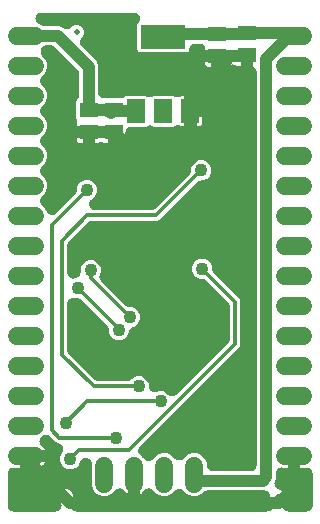
<source format=gbr>
G04 EAGLE Gerber X2 export*
%TF.Part,Single*%
%TF.FileFunction,Copper,L2,Bot,Mixed*%
%TF.FilePolarity,Positive*%
%TF.GenerationSoftware,Autodesk,EAGLE,9.6.2*%
%TF.CreationDate,2022-05-02T11:32:10Z*%
G75*
%MOMM*%
%FSLAX46Y46*%
%LPD*%
%INBottom Copper*%
%AMOC8*
5,1,8,0,0,1.08239X$1,22.5*%
G01*
%ADD10R,1.500000X1.300000*%
%ADD11R,1.500000X2.000000*%
%ADD12R,3.800000X2.000000*%
%ADD13C,1.524000*%
%ADD14C,0.508000*%
%ADD15C,1.016000*%
%ADD16C,1.106400*%
%ADD17C,0.304800*%
%ADD18C,0.300000*%

G36*
X30048838Y3975666D02*
X30048838Y3975666D01*
X30064297Y3975638D01*
X30080606Y3977663D01*
X30096994Y3978694D01*
X30112175Y3981588D01*
X30127528Y3983494D01*
X30143456Y3987547D01*
X30159584Y3990619D01*
X30174284Y3995388D01*
X30189278Y3999203D01*
X30204572Y4005216D01*
X30220191Y4010284D01*
X30234172Y4016853D01*
X30248578Y4022519D01*
X30263006Y4030403D01*
X30277859Y4037384D01*
X30290922Y4045663D01*
X30304491Y4053078D01*
X30317816Y4062703D01*
X30331681Y4071491D01*
X30343581Y4081319D01*
X30356141Y4090391D01*
X30368156Y4101609D01*
X30380813Y4112063D01*
X30391413Y4123328D01*
X30402709Y4133878D01*
X30413222Y4146506D01*
X30424475Y4158469D01*
X30433569Y4170953D01*
X30443472Y4182853D01*
X30452325Y4196706D01*
X30461988Y4209975D01*
X30469453Y4223516D01*
X30477781Y4236547D01*
X30484825Y4251388D01*
X30492756Y4265772D01*
X30498466Y4280134D01*
X30505100Y4294113D01*
X30510234Y4309734D01*
X30516297Y4324981D01*
X30520159Y4339928D01*
X30524997Y4354644D01*
X30528138Y4370800D01*
X30532241Y4386672D01*
X30534203Y4401981D01*
X30537159Y4417191D01*
X30538191Y4433113D01*
X30540338Y4449875D01*
X30540369Y4466784D01*
X30541400Y4482697D01*
X30541400Y37764700D01*
X30540431Y37780138D01*
X30540459Y37795597D01*
X30538434Y37811906D01*
X30537403Y37828294D01*
X30534509Y37843475D01*
X30532603Y37858828D01*
X30528550Y37874756D01*
X30525478Y37890884D01*
X30520709Y37905584D01*
X30516894Y37920578D01*
X30510881Y37935872D01*
X30505813Y37951491D01*
X30499244Y37965472D01*
X30493578Y37979878D01*
X30485694Y37994306D01*
X30478713Y38009159D01*
X30470434Y38022222D01*
X30463019Y38035791D01*
X30453394Y38049116D01*
X30444606Y38062981D01*
X30434778Y38074881D01*
X30425706Y38087441D01*
X30414488Y38099456D01*
X30404034Y38112113D01*
X30392769Y38122713D01*
X30382219Y38134009D01*
X30369591Y38144522D01*
X30357628Y38155775D01*
X30345144Y38164869D01*
X30333244Y38174772D01*
X30319391Y38183625D01*
X30306122Y38193288D01*
X30292581Y38200753D01*
X30279550Y38209081D01*
X30264709Y38216125D01*
X30250325Y38224056D01*
X30235963Y38229766D01*
X30221984Y38236400D01*
X30209413Y38240531D01*
X30209413Y39176666D01*
X30208447Y39192044D01*
X30208472Y39205594D01*
X30208469Y39205625D01*
X30208472Y39207563D01*
X30206447Y39223872D01*
X30205416Y39240259D01*
X30202522Y39255441D01*
X30200616Y39270794D01*
X30196563Y39286722D01*
X30193491Y39302850D01*
X30188722Y39317550D01*
X30184906Y39332544D01*
X30178894Y39347838D01*
X30173825Y39363456D01*
X30167256Y39377438D01*
X30161591Y39391844D01*
X30153706Y39406272D01*
X30146725Y39421125D01*
X30138447Y39434188D01*
X30131031Y39447756D01*
X30121406Y39461081D01*
X30112619Y39474947D01*
X30102791Y39486847D01*
X30093719Y39499406D01*
X30082500Y39511422D01*
X30072047Y39524078D01*
X30060781Y39534678D01*
X30050231Y39545975D01*
X30037603Y39556488D01*
X30025641Y39567741D01*
X30013156Y39576834D01*
X30001256Y39586738D01*
X29987403Y39595591D01*
X29974134Y39605253D01*
X29960594Y39612719D01*
X29947563Y39621047D01*
X29932722Y39628091D01*
X29918338Y39636022D01*
X29903975Y39641731D01*
X29889997Y39648366D01*
X29874375Y39653500D01*
X29859128Y39659563D01*
X29844181Y39663425D01*
X29829466Y39668263D01*
X29813309Y39671403D01*
X29797438Y39675506D01*
X29782128Y39677469D01*
X29766919Y39680425D01*
X29750997Y39681456D01*
X29734234Y39683603D01*
X29717325Y39683634D01*
X29701413Y39684666D01*
X29701381Y39684666D01*
X29685947Y39683697D01*
X29670516Y39683725D01*
X29670484Y39683725D01*
X29654175Y39681700D01*
X29637788Y39680669D01*
X29622606Y39677775D01*
X29607253Y39675869D01*
X29591325Y39671816D01*
X29575197Y39668744D01*
X29560497Y39663975D01*
X29545503Y39660159D01*
X29530209Y39654147D01*
X29514591Y39649078D01*
X29500609Y39642509D01*
X29486203Y39636844D01*
X29471775Y39628959D01*
X29456922Y39621978D01*
X29443859Y39613700D01*
X29430291Y39606284D01*
X29416966Y39596659D01*
X29403100Y39587872D01*
X29391200Y39578044D01*
X29378641Y39568972D01*
X29366625Y39557753D01*
X29353969Y39547300D01*
X29343369Y39536034D01*
X29332072Y39525484D01*
X29321559Y39512856D01*
X29310306Y39500894D01*
X29301213Y39488409D01*
X29291309Y39476509D01*
X29282456Y39462656D01*
X29272794Y39449388D01*
X29265328Y39435847D01*
X29257000Y39422816D01*
X29249956Y39407975D01*
X29242025Y39393591D01*
X29236316Y39379228D01*
X29229681Y39365250D01*
X29224547Y39349628D01*
X29218484Y39334381D01*
X29214622Y39319434D01*
X29209784Y39304719D01*
X29206644Y39288563D01*
X29202541Y39272691D01*
X29200578Y39257381D01*
X29197622Y39242172D01*
X29196591Y39226250D01*
X29194444Y39209488D01*
X29194413Y39192578D01*
X29193381Y39176666D01*
X29193381Y38272700D01*
X28926381Y38272700D01*
X28877316Y38282459D01*
X28831078Y38301613D01*
X28784744Y38332572D01*
X28759500Y38347238D01*
X28734159Y38362300D01*
X28731819Y38363319D01*
X28729647Y38364581D01*
X28702772Y38375969D01*
X28675741Y38387741D01*
X28673303Y38388456D01*
X28670978Y38389441D01*
X28642803Y38397397D01*
X28614597Y38405669D01*
X28612094Y38406072D01*
X28609659Y38406759D01*
X28580744Y38411122D01*
X28551688Y38415803D01*
X28549144Y38415891D01*
X28546656Y38416266D01*
X28517525Y38416972D01*
X28488006Y38417981D01*
X28485466Y38417750D01*
X28482956Y38417809D01*
X28453853Y38414853D01*
X28424556Y38412169D01*
X28422091Y38411625D01*
X28419563Y38411369D01*
X28390934Y38404763D01*
X28362328Y38398463D01*
X28359944Y38397613D01*
X28357478Y38397044D01*
X28329803Y38386872D01*
X28302309Y38377072D01*
X28300075Y38375941D01*
X28297672Y38375059D01*
X28271419Y38361463D01*
X28245438Y38348338D01*
X28243347Y38346928D01*
X28241091Y38345759D01*
X28216922Y38329106D01*
X28192609Y38312709D01*
X28190731Y38311059D01*
X28188622Y38309606D01*
X28160803Y38284772D01*
X28143291Y38269388D01*
X28123303Y38249397D01*
X28081716Y38221609D01*
X28035481Y38202459D01*
X27986419Y38192700D01*
X27719413Y38192700D01*
X27719413Y39096666D01*
X27718444Y39112103D01*
X27718472Y39127563D01*
X27716447Y39143872D01*
X27715416Y39160259D01*
X27712522Y39175441D01*
X27710616Y39190794D01*
X27706563Y39206722D01*
X27703491Y39222850D01*
X27698722Y39237550D01*
X27694906Y39252544D01*
X27688894Y39267838D01*
X27683825Y39283456D01*
X27677256Y39297438D01*
X27671591Y39311844D01*
X27663706Y39326272D01*
X27656725Y39341125D01*
X27648447Y39354188D01*
X27641031Y39367756D01*
X27631406Y39381081D01*
X27622619Y39394947D01*
X27612791Y39406847D01*
X27603719Y39419406D01*
X27592500Y39431422D01*
X27582047Y39444078D01*
X27582009Y39444113D01*
X27582000Y39444125D01*
X27570759Y39454703D01*
X27560231Y39465975D01*
X27560184Y39466022D01*
X27547556Y39476534D01*
X27535594Y39487788D01*
X27523109Y39496881D01*
X27511209Y39506784D01*
X27497356Y39515638D01*
X27484088Y39525300D01*
X27470547Y39532766D01*
X27457516Y39541094D01*
X27442675Y39548138D01*
X27428291Y39556069D01*
X27413928Y39561778D01*
X27399950Y39568413D01*
X27384328Y39573547D01*
X27369081Y39579609D01*
X27354134Y39583472D01*
X27339419Y39588309D01*
X27323263Y39591450D01*
X27307391Y39595553D01*
X27292081Y39597516D01*
X27276872Y39600472D01*
X27260950Y39601503D01*
X27244188Y39603650D01*
X27227278Y39603681D01*
X27211366Y39604713D01*
X26207400Y39604713D01*
X26207400Y39680700D01*
X26206431Y39696138D01*
X26206459Y39711597D01*
X26204434Y39727906D01*
X26203403Y39744294D01*
X26200509Y39759475D01*
X26198603Y39774828D01*
X26194550Y39790756D01*
X26191478Y39806884D01*
X26186709Y39821584D01*
X26182894Y39836578D01*
X26176881Y39851872D01*
X26171813Y39867491D01*
X26165244Y39881472D01*
X26159578Y39895878D01*
X26151694Y39910306D01*
X26144713Y39925159D01*
X26136434Y39938222D01*
X26129019Y39951791D01*
X26119394Y39965116D01*
X26110606Y39978981D01*
X26100778Y39990881D01*
X26091706Y40003441D01*
X26080488Y40015456D01*
X26070034Y40028113D01*
X26058769Y40038713D01*
X26048219Y40050009D01*
X26035591Y40060522D01*
X26023628Y40071775D01*
X26011144Y40080869D01*
X25999244Y40090772D01*
X25985391Y40099625D01*
X25972122Y40109288D01*
X25958581Y40116753D01*
X25945550Y40125081D01*
X25930709Y40132125D01*
X25916325Y40140056D01*
X25901963Y40145766D01*
X25887984Y40152400D01*
X25872363Y40157534D01*
X25857116Y40163597D01*
X25842169Y40167459D01*
X25827453Y40172297D01*
X25811297Y40175438D01*
X25795425Y40179541D01*
X25780116Y40181503D01*
X25764906Y40184459D01*
X25748984Y40185491D01*
X25732222Y40187638D01*
X25715313Y40187669D01*
X25699400Y40188700D01*
X25349397Y40188700D01*
X25333959Y40187731D01*
X25318500Y40187759D01*
X25302191Y40185734D01*
X25285803Y40184703D01*
X25270622Y40181809D01*
X25255269Y40179903D01*
X25239341Y40175850D01*
X25223213Y40172778D01*
X25208513Y40168009D01*
X25193519Y40164194D01*
X25178225Y40158181D01*
X25162606Y40153113D01*
X25148625Y40146544D01*
X25134219Y40140878D01*
X25119791Y40132994D01*
X25104938Y40126013D01*
X25091875Y40117734D01*
X25078306Y40110319D01*
X25064981Y40100694D01*
X25051116Y40091906D01*
X25039216Y40082078D01*
X25026656Y40073006D01*
X25014641Y40061788D01*
X25001984Y40051334D01*
X24991384Y40040069D01*
X24980088Y40029519D01*
X24969575Y40016891D01*
X24958322Y40004928D01*
X24949228Y39992444D01*
X24939325Y39980544D01*
X24930472Y39966691D01*
X24920809Y39953422D01*
X24913344Y39939881D01*
X24905016Y39926850D01*
X24897972Y39912009D01*
X24890041Y39897625D01*
X24884331Y39883263D01*
X24877697Y39869284D01*
X24872563Y39853663D01*
X24866500Y39838416D01*
X24862638Y39823469D01*
X24857800Y39808753D01*
X24854659Y39792597D01*
X24850556Y39776725D01*
X24848594Y39761416D01*
X24845638Y39746206D01*
X24844606Y39730284D01*
X24842459Y39713522D01*
X24842431Y39699525D01*
X24795725Y39586759D01*
X24711338Y39502372D01*
X24601075Y39456700D01*
X20681722Y39456700D01*
X20571459Y39502372D01*
X20487072Y39586759D01*
X20441400Y39697022D01*
X20441400Y41816375D01*
X20487072Y41926634D01*
X20509922Y41949484D01*
X20525563Y41967219D01*
X20541794Y41984472D01*
X20546625Y41991106D01*
X20552066Y41997275D01*
X20565391Y42016872D01*
X20579306Y42035978D01*
X20583269Y42043163D01*
X20587894Y42049966D01*
X20598656Y42071069D01*
X20610075Y42091775D01*
X20613106Y42099403D01*
X20616844Y42106728D01*
X20624878Y42129009D01*
X20633616Y42150984D01*
X20635672Y42158934D01*
X20638459Y42166669D01*
X20643647Y42189794D01*
X20649559Y42212675D01*
X20650600Y42220806D01*
X20652403Y42228841D01*
X20654656Y42252453D01*
X20657656Y42275878D01*
X20657672Y42284081D01*
X20658453Y42292272D01*
X20657734Y42315947D01*
X20657778Y42339597D01*
X20656766Y42347747D01*
X20656516Y42355959D01*
X20652838Y42379356D01*
X20649922Y42402828D01*
X20647900Y42410778D01*
X20646622Y42418906D01*
X20640041Y42441672D01*
X20634213Y42464578D01*
X20631206Y42472222D01*
X20628925Y42480116D01*
X20619569Y42501822D01*
X20610897Y42523878D01*
X20606947Y42531103D01*
X20603703Y42538631D01*
X20591694Y42559013D01*
X20580338Y42579791D01*
X20575528Y42586450D01*
X20571356Y42593528D01*
X20556903Y42612231D01*
X20543025Y42631441D01*
X20537406Y42637456D01*
X20532394Y42643944D01*
X20515688Y42660713D01*
X20499538Y42678009D01*
X20493234Y42683256D01*
X20487425Y42689088D01*
X20468750Y42703634D01*
X20450563Y42718772D01*
X20443625Y42723203D01*
X20437156Y42728244D01*
X20416847Y42740316D01*
X20396869Y42753081D01*
X20389434Y42756609D01*
X20382384Y42760800D01*
X20360734Y42770231D01*
X20339303Y42780400D01*
X20331475Y42782972D01*
X20323966Y42786244D01*
X20301319Y42792884D01*
X20278772Y42800297D01*
X20270691Y42801869D01*
X20262825Y42804175D01*
X20239488Y42807938D01*
X20216225Y42812459D01*
X20208191Y42812978D01*
X20199919Y42814313D01*
X20173756Y42815209D01*
X20150719Y42816700D01*
X12324763Y42816700D01*
X12297091Y42814959D01*
X12269322Y42813666D01*
X12265266Y42812959D01*
X12261169Y42812703D01*
X12233934Y42807516D01*
X12206544Y42802753D01*
X12202609Y42801547D01*
X12198578Y42800778D01*
X12172206Y42792222D01*
X12145628Y42784069D01*
X12141878Y42782381D01*
X12137972Y42781113D01*
X12112803Y42769284D01*
X12087531Y42757903D01*
X12084034Y42755766D01*
X12080303Y42754013D01*
X12056909Y42739188D01*
X12033163Y42724675D01*
X12029928Y42722091D01*
X12026481Y42719906D01*
X12005103Y42702253D01*
X11983384Y42684897D01*
X11980531Y42681963D01*
X11977350Y42679334D01*
X11958294Y42659078D01*
X11938975Y42639203D01*
X11936500Y42635916D01*
X11933688Y42632928D01*
X11917378Y42610534D01*
X11900638Y42588313D01*
X11898591Y42584741D01*
X11896175Y42581422D01*
X11882769Y42557109D01*
X11868972Y42533019D01*
X11867394Y42529228D01*
X11865406Y42525625D01*
X11855159Y42499856D01*
X11844475Y42474197D01*
X11843378Y42470222D01*
X11841866Y42466416D01*
X11834934Y42439603D01*
X11827538Y42412772D01*
X11826950Y42408697D01*
X11825922Y42404725D01*
X11822397Y42377203D01*
X11818422Y42349709D01*
X11818347Y42345600D01*
X11817825Y42341522D01*
X11817772Y42313803D01*
X11817269Y42286000D01*
X11817713Y42281900D01*
X11817703Y42277803D01*
X11821119Y42250306D01*
X11824103Y42222650D01*
X11825053Y42218647D01*
X11825559Y42214572D01*
X11832391Y42187719D01*
X11838813Y42160653D01*
X11840256Y42156797D01*
X11841269Y42152822D01*
X11851434Y42126966D01*
X11861169Y42100988D01*
X11863075Y42097363D01*
X11864584Y42093522D01*
X11877931Y42069100D01*
X11890819Y42044588D01*
X11893172Y42041216D01*
X11895144Y42037609D01*
X11911406Y42015097D01*
X11927294Y41992341D01*
X11930044Y41989297D01*
X11932456Y41985959D01*
X11951428Y41965644D01*
X11970022Y41945075D01*
X11973138Y41942397D01*
X11975944Y41939391D01*
X11997347Y41921575D01*
X12018334Y41903528D01*
X12021741Y41901272D01*
X12024919Y41898628D01*
X12048403Y41883622D01*
X12071463Y41868356D01*
X12075081Y41866575D01*
X12078613Y41864319D01*
X12108113Y41850319D01*
X12130363Y41839369D01*
X12393494Y41730378D01*
X12405788Y41722019D01*
X12412241Y41718728D01*
X12418363Y41714816D01*
X12440634Y41704247D01*
X12462550Y41693069D01*
X12469369Y41690609D01*
X12475928Y41687497D01*
X12499328Y41679806D01*
X12522488Y41671453D01*
X12529566Y41669866D01*
X12536459Y41667600D01*
X12560666Y41662894D01*
X12584663Y41657513D01*
X12591872Y41656825D01*
X12599006Y41655438D01*
X12622075Y41653944D01*
X12648094Y41651463D01*
X12656472Y41651719D01*
X12664513Y41651197D01*
X13845619Y41651197D01*
X14150291Y41524997D01*
X14159959Y41516472D01*
X14172747Y41507778D01*
X14184950Y41498272D01*
X14199075Y41489875D01*
X14212653Y41480644D01*
X14226419Y41473622D01*
X14239722Y41465716D01*
X14254794Y41459150D01*
X14269416Y41451694D01*
X14283953Y41446450D01*
X14298141Y41440272D01*
X14313900Y41435650D01*
X14329353Y41430078D01*
X14344453Y41426694D01*
X14359284Y41422344D01*
X14375497Y41419731D01*
X14391528Y41416138D01*
X14406922Y41414669D01*
X14422191Y41412209D01*
X14438609Y41411647D01*
X14454959Y41410088D01*
X14470413Y41410556D01*
X14485872Y41410028D01*
X14502228Y41411525D01*
X14518647Y41412025D01*
X14533931Y41414428D01*
X14549325Y41415838D01*
X14565369Y41419372D01*
X14581591Y41421922D01*
X14596441Y41426216D01*
X14611553Y41429544D01*
X14627025Y41435056D01*
X14642803Y41439619D01*
X14657009Y41445741D01*
X14671572Y41450931D01*
X14686225Y41458334D01*
X14701319Y41464841D01*
X14714650Y41472697D01*
X14728444Y41479666D01*
X14742053Y41488844D01*
X14756213Y41497188D01*
X14768456Y41506653D01*
X14781272Y41515294D01*
X14793231Y41525797D01*
X14806628Y41536153D01*
X14818631Y41548109D01*
X14830591Y41558616D01*
X14960300Y41688325D01*
X15193684Y41784997D01*
X15446313Y41784997D01*
X15679700Y41688325D01*
X15858325Y41509700D01*
X15954997Y41276313D01*
X15954997Y41023684D01*
X15858325Y40790300D01*
X15728616Y40660591D01*
X15718391Y40648997D01*
X15707431Y40638078D01*
X15697344Y40625128D01*
X15686472Y40612800D01*
X15677778Y40600013D01*
X15668272Y40587809D01*
X15659866Y40573669D01*
X15650647Y40560106D01*
X15643628Y40546347D01*
X15635719Y40533038D01*
X15629163Y40517981D01*
X15621697Y40503347D01*
X15616450Y40488794D01*
X15610275Y40474619D01*
X15605650Y40458850D01*
X15600081Y40443406D01*
X15596700Y40428328D01*
X15592344Y40413475D01*
X15589728Y40397247D01*
X15586138Y40381231D01*
X15584669Y40365838D01*
X15582209Y40350569D01*
X15581647Y40334153D01*
X15580088Y40317803D01*
X15580556Y40302347D01*
X15580028Y40286888D01*
X15581525Y40270531D01*
X15582025Y40254113D01*
X15584428Y40238828D01*
X15585838Y40223434D01*
X15589372Y40207394D01*
X15591922Y40191169D01*
X15596219Y40176313D01*
X15599544Y40161209D01*
X15605053Y40145744D01*
X15609619Y40129956D01*
X15615744Y40115741D01*
X15620931Y40101188D01*
X15628331Y40086541D01*
X15634838Y40071444D01*
X15642688Y40058125D01*
X15649663Y40044316D01*
X15658863Y40030675D01*
X15667188Y40016547D01*
X15676631Y40004325D01*
X15685291Y39991488D01*
X15695803Y39979522D01*
X15706150Y39966131D01*
X15718106Y39954128D01*
X15728613Y39942169D01*
X17006384Y38664397D01*
X17129397Y38367419D01*
X17129397Y36044697D01*
X17130366Y36029259D01*
X17130338Y36013800D01*
X17132363Y35997491D01*
X17133394Y35981103D01*
X17136288Y35965922D01*
X17138194Y35950569D01*
X17142247Y35934641D01*
X17145319Y35918513D01*
X17150088Y35903813D01*
X17153903Y35888819D01*
X17159916Y35873525D01*
X17164984Y35857906D01*
X17171553Y35843925D01*
X17177219Y35829519D01*
X17185103Y35815091D01*
X17192084Y35800238D01*
X17200363Y35787175D01*
X17207778Y35773606D01*
X17217403Y35760281D01*
X17226191Y35746416D01*
X17236019Y35734516D01*
X17245091Y35721956D01*
X17256309Y35709941D01*
X17266763Y35697284D01*
X17278028Y35686684D01*
X17288578Y35675388D01*
X17301206Y35664875D01*
X17313169Y35653622D01*
X17325653Y35644528D01*
X17337553Y35634625D01*
X17351406Y35625772D01*
X17364675Y35616109D01*
X17378216Y35608644D01*
X17391247Y35600316D01*
X17406088Y35593272D01*
X17420472Y35585341D01*
X17434834Y35579631D01*
X17448813Y35572997D01*
X17464434Y35567863D01*
X17479681Y35561800D01*
X17494628Y35557938D01*
X17509344Y35553100D01*
X17525500Y35549959D01*
X17541372Y35545856D01*
X17556681Y35543894D01*
X17571891Y35540938D01*
X17587813Y35539906D01*
X17604575Y35537759D01*
X17621484Y35537728D01*
X17637397Y35536697D01*
X19036713Y35536697D01*
X19043947Y35537153D01*
X19051203Y35536903D01*
X19075747Y35539150D01*
X19100306Y35540694D01*
X19107428Y35542050D01*
X19114656Y35542713D01*
X19138703Y35548009D01*
X19162897Y35552619D01*
X19169803Y35554859D01*
X19176881Y35556419D01*
X19200044Y35564672D01*
X19223503Y35572284D01*
X19230078Y35575375D01*
X19236903Y35577806D01*
X19258881Y35588909D01*
X19281172Y35599384D01*
X19287291Y35603263D01*
X19293775Y35606538D01*
X19314234Y35620338D01*
X19334994Y35633491D01*
X19340578Y35638103D01*
X19346603Y35642166D01*
X19363931Y35657388D01*
X19384125Y35674063D01*
X19389888Y35680184D01*
X19395922Y35685488D01*
X19421459Y35711025D01*
X19531722Y35756697D01*
X21151072Y35756697D01*
X21296997Y35696253D01*
X21303850Y35693906D01*
X21310466Y35690897D01*
X21334016Y35683575D01*
X21357278Y35675609D01*
X21364372Y35674138D01*
X21371313Y35671981D01*
X21395606Y35667663D01*
X21419669Y35662675D01*
X21426884Y35662103D01*
X21434047Y35660831D01*
X21458675Y35659591D01*
X21483188Y35657650D01*
X21490428Y35657988D01*
X21497684Y35657622D01*
X21522259Y35659472D01*
X21546838Y35660619D01*
X21553988Y35661863D01*
X21561222Y35662406D01*
X21585375Y35667319D01*
X21609616Y35671531D01*
X21616538Y35673653D01*
X21623663Y35675103D01*
X21645578Y35682563D01*
X21670531Y35690216D01*
X21678159Y35693650D01*
X21685806Y35696253D01*
X21831728Y35756697D01*
X23451075Y35756697D01*
X23640341Y35678300D01*
X23648022Y35674372D01*
X23658975Y35670409D01*
X23669566Y35665591D01*
X23688906Y35659578D01*
X23707941Y35652691D01*
X23719297Y35650131D01*
X23730413Y35646675D01*
X23750338Y35643131D01*
X23770097Y35638678D01*
X23781678Y35637559D01*
X23793147Y35635522D01*
X23813403Y35634500D01*
X23833522Y35632559D01*
X23845134Y35632900D01*
X23856784Y35632313D01*
X23877006Y35633834D01*
X23897213Y35634428D01*
X23908709Y35636222D01*
X23920322Y35637097D01*
X23940153Y35641128D01*
X23960169Y35644253D01*
X23971353Y35647475D01*
X23982763Y35649794D01*
X24001184Y35656063D01*
X24021400Y35661884D01*
X24033250Y35666978D01*
X24044906Y35670944D01*
X24117316Y35700938D01*
X24166378Y35710697D01*
X24433381Y35710697D01*
X24433381Y34456731D01*
X24433384Y34456697D01*
X24433381Y34456666D01*
X24433381Y33202700D01*
X24166378Y33202700D01*
X24117316Y33212459D01*
X24044906Y33242453D01*
X24033900Y33246222D01*
X24023216Y33250863D01*
X24003756Y33256547D01*
X23984625Y33263097D01*
X23973241Y33265456D01*
X23962050Y33268725D01*
X23942041Y33271925D01*
X23922234Y33276031D01*
X23910625Y33276950D01*
X23899134Y33278788D01*
X23878916Y33279459D01*
X23858716Y33281056D01*
X23847088Y33280513D01*
X23835450Y33280900D01*
X23815281Y33279031D01*
X23795066Y33278088D01*
X23783591Y33276094D01*
X23772003Y33275019D01*
X23752253Y33270647D01*
X23732288Y33267175D01*
X23721144Y33263756D01*
X23709794Y33261244D01*
X23690747Y33254434D01*
X23671372Y33248491D01*
X23660756Y33243709D01*
X23649794Y33239791D01*
X23641375Y33235525D01*
X23451075Y33156700D01*
X21831728Y33156700D01*
X21685806Y33217144D01*
X21678922Y33219500D01*
X21672338Y33222497D01*
X21648888Y33229788D01*
X21625525Y33237788D01*
X21618400Y33239266D01*
X21611491Y33241413D01*
X21587259Y33245719D01*
X21563134Y33250722D01*
X21555916Y33251294D01*
X21548756Y33252566D01*
X21524122Y33253809D01*
X21499613Y33255747D01*
X21492372Y33255409D01*
X21485119Y33255775D01*
X21460547Y33253925D01*
X21435966Y33252778D01*
X21428816Y33251534D01*
X21421581Y33250991D01*
X21397428Y33246078D01*
X21373188Y33241866D01*
X21366266Y33239744D01*
X21359141Y33238294D01*
X21337225Y33230834D01*
X21312272Y33223181D01*
X21304644Y33219747D01*
X21296997Y33217144D01*
X21151072Y33156700D01*
X19943394Y33156700D01*
X19927956Y33155731D01*
X19912497Y33155759D01*
X19896188Y33153734D01*
X19879800Y33152703D01*
X19864622Y33149813D01*
X19849263Y33147903D01*
X19833325Y33143847D01*
X19817209Y33140778D01*
X19802519Y33136013D01*
X19787513Y33132194D01*
X19772216Y33126178D01*
X19756603Y33121113D01*
X19742606Y33114534D01*
X19728213Y33108875D01*
X19713797Y33100997D01*
X19698934Y33094013D01*
X19685881Y33085741D01*
X19672300Y33078319D01*
X19658969Y33068688D01*
X19645113Y33059906D01*
X19633194Y33050063D01*
X19620653Y33041003D01*
X19608659Y33029803D01*
X19595981Y33019334D01*
X19585372Y33008059D01*
X19574081Y32997516D01*
X19563575Y32984891D01*
X19552319Y32972928D01*
X19543213Y32960425D01*
X19533322Y32948541D01*
X19524478Y32934700D01*
X19514806Y32921422D01*
X19507328Y32907859D01*
X19499013Y32894847D01*
X19491978Y32880022D01*
X19484038Y32865625D01*
X19478325Y32851256D01*
X19471694Y32837284D01*
X19466559Y32821666D01*
X19460497Y32806416D01*
X19456631Y32791456D01*
X19451797Y32776750D01*
X19448659Y32760606D01*
X19444553Y32744725D01*
X19442591Y32729406D01*
X19439634Y32714203D01*
X19438603Y32698288D01*
X19436456Y32681522D01*
X19436425Y32664609D01*
X19435394Y32648697D01*
X19435397Y32011678D01*
X19425638Y31962616D01*
X19406488Y31916381D01*
X19378688Y31874778D01*
X19343319Y31839409D01*
X19301716Y31811609D01*
X19255481Y31792459D01*
X19206419Y31782700D01*
X18939413Y31782700D01*
X18939413Y32686666D01*
X18938444Y32702103D01*
X18938472Y32717563D01*
X18936447Y32733872D01*
X18935416Y32750259D01*
X18932522Y32765441D01*
X18930616Y32780794D01*
X18926563Y32796722D01*
X18923491Y32812850D01*
X18918722Y32827550D01*
X18914906Y32842544D01*
X18908894Y32857838D01*
X18903825Y32873456D01*
X18897256Y32887438D01*
X18891591Y32901844D01*
X18883706Y32916272D01*
X18876725Y32931125D01*
X18868447Y32944188D01*
X18861031Y32957756D01*
X18851406Y32971081D01*
X18842619Y32984947D01*
X18832791Y32996847D01*
X18823719Y33009406D01*
X18812500Y33021422D01*
X18802047Y33034078D01*
X18802009Y33034113D01*
X18802000Y33034125D01*
X18790759Y33044703D01*
X18780231Y33055975D01*
X18780184Y33056022D01*
X18767556Y33066534D01*
X18755594Y33077788D01*
X18743109Y33086881D01*
X18731209Y33096784D01*
X18717356Y33105638D01*
X18704088Y33115300D01*
X18690547Y33122766D01*
X18677516Y33131094D01*
X18662675Y33138138D01*
X18648291Y33146069D01*
X18633928Y33151778D01*
X18619950Y33158413D01*
X18604328Y33163547D01*
X18589081Y33169609D01*
X18574134Y33173472D01*
X18559419Y33178309D01*
X18543263Y33181450D01*
X18527391Y33185553D01*
X18512081Y33187516D01*
X18496872Y33190472D01*
X18480950Y33191503D01*
X18464188Y33193650D01*
X18447278Y33193681D01*
X18431366Y33194713D01*
X16321431Y33194713D01*
X16321397Y33194709D01*
X16321366Y33194713D01*
X15317400Y33194713D01*
X15317400Y33361719D01*
X15330000Y33425059D01*
X15335953Y33442441D01*
X15337428Y33449547D01*
X15339591Y33456506D01*
X15343900Y33480756D01*
X15348894Y33504831D01*
X15349469Y33512075D01*
X15350741Y33519241D01*
X15351981Y33543825D01*
X15353922Y33568350D01*
X15353584Y33575613D01*
X15353950Y33582878D01*
X15352100Y33607438D01*
X15350956Y33632000D01*
X15349713Y33639163D01*
X15349166Y33646416D01*
X15344266Y33670516D01*
X15340050Y33694778D01*
X15337916Y33701734D01*
X15336469Y33708856D01*
X15329031Y33730706D01*
X15321369Y33755697D01*
X15317922Y33763356D01*
X15315319Y33771000D01*
X15271400Y33877028D01*
X15271400Y35296375D01*
X15317069Y35406631D01*
X15364606Y35454166D01*
X15369409Y35459613D01*
X15374709Y35464563D01*
X15390478Y35483506D01*
X15406747Y35501959D01*
X15410816Y35507944D01*
X15415472Y35513538D01*
X15428756Y35534328D01*
X15442575Y35554650D01*
X15445869Y35561109D01*
X15449781Y35567231D01*
X15460350Y35589503D01*
X15471525Y35611413D01*
X15473984Y35618231D01*
X15477100Y35624797D01*
X15484800Y35648225D01*
X15493141Y35671350D01*
X15494725Y35678422D01*
X15496997Y35685328D01*
X15501703Y35709528D01*
X15507084Y35733525D01*
X15507772Y35740747D01*
X15509159Y35747875D01*
X15510650Y35770925D01*
X15513134Y35796956D01*
X15512878Y35805338D01*
X15513400Y35813381D01*
X15513400Y37661594D01*
X15512944Y37668828D01*
X15513194Y37676084D01*
X15510947Y37700628D01*
X15509403Y37725188D01*
X15508047Y37732309D01*
X15507384Y37739538D01*
X15502088Y37763584D01*
X15497478Y37787778D01*
X15495238Y37794684D01*
X15493678Y37801763D01*
X15485425Y37824925D01*
X15477813Y37848384D01*
X15474722Y37854959D01*
X15472291Y37861784D01*
X15461188Y37883763D01*
X15450713Y37906053D01*
X15446834Y37912172D01*
X15443559Y37918656D01*
X15429759Y37939116D01*
X15416606Y37959875D01*
X15411994Y37965459D01*
X15407931Y37971484D01*
X15392709Y37988813D01*
X15376034Y38009006D01*
X15369913Y38014769D01*
X15364609Y38020803D01*
X13499003Y39886409D01*
X13493572Y39891197D01*
X13488613Y39896509D01*
X13469653Y39912291D01*
X13451213Y39928550D01*
X13445228Y39932619D01*
X13439638Y39937272D01*
X13418838Y39950563D01*
X13398519Y39964378D01*
X13392066Y39967669D01*
X13385944Y39971581D01*
X13363672Y39982150D01*
X13341756Y39993328D01*
X13334938Y39995788D01*
X13328378Y39998900D01*
X13304978Y40006591D01*
X13281819Y40014944D01*
X13274741Y40016531D01*
X13267847Y40018797D01*
X13243641Y40023503D01*
X13219644Y40028884D01*
X13212434Y40029572D01*
X13205300Y40030959D01*
X13182231Y40032453D01*
X13156213Y40034934D01*
X13147834Y40034678D01*
X13139794Y40035200D01*
X12756506Y40035200D01*
X12732913Y40033719D01*
X12709234Y40032997D01*
X12701097Y40031719D01*
X12692913Y40031203D01*
X12669703Y40026781D01*
X12646291Y40023100D01*
X12638388Y40020816D01*
X12630322Y40019278D01*
X12607800Y40011969D01*
X12585078Y40005400D01*
X12577544Y40002153D01*
X12569716Y39999613D01*
X12548300Y39989547D01*
X12526566Y39980181D01*
X12519478Y39976003D01*
X12512047Y39972513D01*
X12492072Y39959853D01*
X12471669Y39947831D01*
X12465163Y39942803D01*
X12458225Y39938406D01*
X12439972Y39923334D01*
X12421253Y39908866D01*
X12415444Y39903078D01*
X12409094Y39897834D01*
X12392863Y39880581D01*
X12376113Y39863897D01*
X12371059Y39857413D01*
X12365431Y39851428D01*
X12351494Y39832291D01*
X12336956Y39813628D01*
X12332763Y39806572D01*
X12327919Y39799922D01*
X12316488Y39779191D01*
X12304400Y39758856D01*
X12301119Y39751319D01*
X12297150Y39744125D01*
X12288416Y39722156D01*
X12278956Y39700438D01*
X12276641Y39692541D01*
X12273609Y39684916D01*
X12267694Y39662028D01*
X12261028Y39639294D01*
X12259719Y39631175D01*
X12257666Y39623225D01*
X12254663Y39599772D01*
X12250894Y39576388D01*
X12250613Y39568166D01*
X12249569Y39560022D01*
X12249525Y39536384D01*
X12248713Y39512706D01*
X12249463Y39504513D01*
X12249447Y39496303D01*
X12252363Y39472831D01*
X12254522Y39449253D01*
X12256291Y39441225D01*
X12257303Y39433072D01*
X12263138Y39410134D01*
X12268228Y39387028D01*
X12270984Y39379291D01*
X12273013Y39371322D01*
X12281678Y39349281D01*
X12289616Y39327006D01*
X12293316Y39319681D01*
X12296328Y39312022D01*
X12307684Y39291244D01*
X12318350Y39270134D01*
X12322950Y39263309D01*
X12326888Y39256109D01*
X12340725Y39236956D01*
X12353975Y39217306D01*
X12359294Y39211253D01*
X12364200Y39204459D01*
X12382053Y39185341D01*
X12397297Y39167988D01*
X12660519Y38904769D01*
X12822197Y38514441D01*
X12822197Y38091956D01*
X12660519Y37701628D01*
X12351300Y37392413D01*
X12341066Y37380806D01*
X12330119Y37369900D01*
X12320022Y37356938D01*
X12309159Y37344619D01*
X12300472Y37331841D01*
X12290959Y37319631D01*
X12282566Y37305509D01*
X12273331Y37291928D01*
X12266303Y37278144D01*
X12258406Y37264859D01*
X12251847Y37249800D01*
X12244384Y37235166D01*
X12239138Y37220619D01*
X12232963Y37206441D01*
X12228344Y37190691D01*
X12222766Y37175225D01*
X12219381Y37160125D01*
X12215031Y37145297D01*
X12212419Y37129081D01*
X12208825Y37113053D01*
X12207356Y37097659D01*
X12204897Y37082391D01*
X12204334Y37065972D01*
X12202775Y37049622D01*
X12203244Y37034169D01*
X12202716Y37018709D01*
X12204213Y37002353D01*
X12204713Y36985934D01*
X12207116Y36970650D01*
X12208525Y36955256D01*
X12212056Y36939222D01*
X12214609Y36922988D01*
X12218906Y36908122D01*
X12222231Y36893031D01*
X12227741Y36877572D01*
X12232306Y36861778D01*
X12238431Y36847569D01*
X12243619Y36833009D01*
X12251028Y36818344D01*
X12257528Y36803263D01*
X12265372Y36789953D01*
X12272350Y36776138D01*
X12281541Y36762509D01*
X12289875Y36748366D01*
X12299331Y36736131D01*
X12307978Y36723309D01*
X12318488Y36711344D01*
X12328841Y36697950D01*
X12340794Y36685950D01*
X12351300Y36673991D01*
X12660516Y36364775D01*
X12822197Y35974441D01*
X12822197Y35551956D01*
X12660519Y35161628D01*
X12351300Y34852413D01*
X12341066Y34840806D01*
X12330119Y34829900D01*
X12320022Y34816938D01*
X12309159Y34804619D01*
X12300472Y34791841D01*
X12290959Y34779631D01*
X12282566Y34765509D01*
X12273331Y34751928D01*
X12266303Y34738144D01*
X12258406Y34724859D01*
X12251847Y34709800D01*
X12244384Y34695166D01*
X12239138Y34680619D01*
X12232963Y34666441D01*
X12228344Y34650691D01*
X12222766Y34635225D01*
X12219381Y34620125D01*
X12215031Y34605297D01*
X12212419Y34589081D01*
X12208825Y34573053D01*
X12207356Y34557659D01*
X12204897Y34542391D01*
X12204334Y34525972D01*
X12202775Y34509622D01*
X12203244Y34494169D01*
X12202716Y34478709D01*
X12204213Y34462353D01*
X12204713Y34445934D01*
X12207116Y34430650D01*
X12208525Y34415256D01*
X12212056Y34399222D01*
X12214609Y34382988D01*
X12218906Y34368122D01*
X12222231Y34353031D01*
X12227741Y34337572D01*
X12232306Y34321778D01*
X12238431Y34307569D01*
X12243619Y34293009D01*
X12251028Y34278344D01*
X12257528Y34263263D01*
X12265372Y34249953D01*
X12272350Y34236138D01*
X12281541Y34222509D01*
X12289875Y34208366D01*
X12299331Y34196131D01*
X12307978Y34183309D01*
X12318488Y34171344D01*
X12328841Y34157950D01*
X12340794Y34145950D01*
X12351300Y34133991D01*
X12660516Y33824775D01*
X12822197Y33434441D01*
X12822197Y33011956D01*
X12660519Y32621628D01*
X12351300Y32312413D01*
X12341066Y32300806D01*
X12330119Y32289900D01*
X12320022Y32276938D01*
X12309159Y32264619D01*
X12300472Y32251841D01*
X12290959Y32239631D01*
X12282566Y32225509D01*
X12273331Y32211928D01*
X12266303Y32198144D01*
X12258406Y32184859D01*
X12251847Y32169800D01*
X12244384Y32155166D01*
X12239138Y32140619D01*
X12232963Y32126441D01*
X12228344Y32110691D01*
X12222766Y32095225D01*
X12219381Y32080125D01*
X12215031Y32065297D01*
X12212419Y32049081D01*
X12208825Y32033053D01*
X12207356Y32017659D01*
X12204897Y32002391D01*
X12204334Y31985972D01*
X12202775Y31969622D01*
X12203244Y31954169D01*
X12202716Y31938709D01*
X12204213Y31922353D01*
X12204713Y31905934D01*
X12207116Y31890650D01*
X12208525Y31875256D01*
X12212056Y31859222D01*
X12214609Y31842988D01*
X12218906Y31828122D01*
X12222231Y31813031D01*
X12227741Y31797572D01*
X12232306Y31781778D01*
X12238431Y31767569D01*
X12243619Y31753009D01*
X12251028Y31738344D01*
X12257528Y31723263D01*
X12265372Y31709953D01*
X12272350Y31696138D01*
X12281541Y31682509D01*
X12289875Y31668366D01*
X12299331Y31656131D01*
X12307978Y31643309D01*
X12318488Y31631344D01*
X12328841Y31617950D01*
X12340794Y31605950D01*
X12351300Y31593991D01*
X12660516Y31284775D01*
X12822197Y30894441D01*
X12822197Y30471956D01*
X12660519Y30081628D01*
X12351300Y29772413D01*
X12341066Y29760806D01*
X12330119Y29749900D01*
X12320022Y29736938D01*
X12309159Y29724619D01*
X12300472Y29711841D01*
X12290959Y29699631D01*
X12282566Y29685509D01*
X12273331Y29671928D01*
X12266303Y29658144D01*
X12258406Y29644859D01*
X12251847Y29629800D01*
X12244384Y29615166D01*
X12239138Y29600619D01*
X12232963Y29586441D01*
X12228344Y29570691D01*
X12222766Y29555225D01*
X12219381Y29540125D01*
X12215031Y29525297D01*
X12212419Y29509081D01*
X12208825Y29493053D01*
X12207356Y29477659D01*
X12204897Y29462391D01*
X12204334Y29445972D01*
X12202775Y29429622D01*
X12203244Y29414169D01*
X12202716Y29398709D01*
X12204213Y29382353D01*
X12204713Y29365934D01*
X12207116Y29350650D01*
X12208525Y29335256D01*
X12212056Y29319222D01*
X12214609Y29302988D01*
X12218906Y29288122D01*
X12222231Y29273031D01*
X12227741Y29257572D01*
X12232306Y29241778D01*
X12238431Y29227569D01*
X12243619Y29213009D01*
X12251028Y29198344D01*
X12257528Y29183263D01*
X12265372Y29169953D01*
X12272350Y29156138D01*
X12281541Y29142509D01*
X12289875Y29128366D01*
X12299331Y29116131D01*
X12307978Y29103309D01*
X12318488Y29091344D01*
X12328841Y29077950D01*
X12340794Y29065950D01*
X12351300Y29053991D01*
X12660516Y28744775D01*
X12822197Y28354441D01*
X12822197Y27931956D01*
X12660519Y27541628D01*
X12351300Y27232413D01*
X12341066Y27220806D01*
X12330119Y27209900D01*
X12320022Y27196938D01*
X12309159Y27184619D01*
X12300472Y27171841D01*
X12290959Y27159631D01*
X12282566Y27145509D01*
X12273331Y27131928D01*
X12266303Y27118144D01*
X12258406Y27104859D01*
X12251847Y27089800D01*
X12244384Y27075166D01*
X12239138Y27060619D01*
X12232963Y27046441D01*
X12228344Y27030691D01*
X12222766Y27015225D01*
X12219381Y27000125D01*
X12215031Y26985297D01*
X12212419Y26969081D01*
X12208825Y26953053D01*
X12207356Y26937659D01*
X12204897Y26922391D01*
X12204334Y26905972D01*
X12202775Y26889622D01*
X12203244Y26874169D01*
X12202716Y26858709D01*
X12204213Y26842353D01*
X12204713Y26825934D01*
X12207119Y26810622D01*
X12208525Y26795256D01*
X12212056Y26779222D01*
X12214609Y26762988D01*
X12218906Y26748122D01*
X12222231Y26733031D01*
X12227741Y26717572D01*
X12232306Y26701778D01*
X12238431Y26687569D01*
X12243619Y26673009D01*
X12251028Y26658344D01*
X12257528Y26643263D01*
X12265372Y26629953D01*
X12272350Y26616138D01*
X12281541Y26602509D01*
X12289875Y26588366D01*
X12299331Y26576131D01*
X12307978Y26563309D01*
X12318488Y26551344D01*
X12328841Y26537950D01*
X12340794Y26525950D01*
X12351300Y26513991D01*
X12660516Y26204775D01*
X12751081Y25986128D01*
X12759675Y25968581D01*
X12767431Y25950588D01*
X12773694Y25939959D01*
X12779109Y25928903D01*
X12789841Y25912556D01*
X12799778Y25895694D01*
X12807313Y25885944D01*
X12814078Y25875641D01*
X12826788Y25860747D01*
X12838744Y25845278D01*
X12847431Y25836559D01*
X12855441Y25827172D01*
X12869922Y25813981D01*
X12883713Y25800138D01*
X12893428Y25792569D01*
X12902547Y25784263D01*
X12918544Y25773006D01*
X12933981Y25760978D01*
X12944591Y25754672D01*
X12954653Y25747591D01*
X12971916Y25738431D01*
X12988753Y25728425D01*
X13000063Y25723500D01*
X13010941Y25717728D01*
X13029234Y25710794D01*
X13047172Y25702981D01*
X13058984Y25699516D01*
X13070522Y25695144D01*
X13089553Y25690553D01*
X13108316Y25685050D01*
X13120488Y25683091D01*
X13132463Y25680200D01*
X13151903Y25678028D01*
X13171222Y25674916D01*
X13183534Y25674494D01*
X13195788Y25673125D01*
X13215347Y25673403D01*
X13234903Y25672734D01*
X13247181Y25673859D01*
X13259497Y25674034D01*
X13278859Y25676759D01*
X13298356Y25678544D01*
X13310403Y25681197D01*
X13322594Y25682913D01*
X13341478Y25688041D01*
X13360581Y25692250D01*
X13372169Y25696378D01*
X13384084Y25699616D01*
X13402213Y25707084D01*
X13420603Y25713638D01*
X13431588Y25719188D01*
X13442997Y25723888D01*
X13460013Y25733547D01*
X13477475Y25742369D01*
X13487697Y25749263D01*
X13498409Y25755344D01*
X13514081Y25767056D01*
X13530303Y25777997D01*
X13539338Y25785931D01*
X13549450Y25793491D01*
X13564841Y25808334D01*
X13579622Y25821319D01*
X15168781Y27410478D01*
X15173569Y27415909D01*
X15178881Y27420869D01*
X15194641Y27439803D01*
X15210922Y27458269D01*
X15214991Y27464253D01*
X15219644Y27469844D01*
X15232934Y27490644D01*
X15246750Y27510963D01*
X15250041Y27517416D01*
X15253953Y27523538D01*
X15264522Y27545809D01*
X15275700Y27567725D01*
X15278159Y27574544D01*
X15281272Y27581103D01*
X15288963Y27604503D01*
X15297316Y27627663D01*
X15298903Y27634741D01*
X15301169Y27641634D01*
X15305875Y27665841D01*
X15311256Y27689838D01*
X15311944Y27697047D01*
X15313331Y27704181D01*
X15314825Y27727250D01*
X15317306Y27753269D01*
X15317050Y27761647D01*
X15317572Y27769688D01*
X15317572Y27945781D01*
X15447466Y28259372D01*
X15687469Y28499375D01*
X16001059Y28629269D01*
X16340481Y28629269D01*
X16654072Y28499375D01*
X16894075Y28259372D01*
X17023969Y27945781D01*
X17023969Y27606359D01*
X16894075Y27292769D01*
X16650538Y27049231D01*
X16628784Y27039009D01*
X16625313Y27036809D01*
X16621631Y27035006D01*
X16598409Y27019759D01*
X16574963Y27004903D01*
X16571803Y27002294D01*
X16568366Y27000038D01*
X16547278Y26982044D01*
X16525831Y26964331D01*
X16523006Y26961328D01*
X16519897Y26958675D01*
X16501241Y26938194D01*
X16482169Y26917925D01*
X16479750Y26914606D01*
X16476988Y26911572D01*
X16461009Y26888875D01*
X16444656Y26866419D01*
X16442672Y26862822D01*
X16440313Y26859469D01*
X16427303Y26834950D01*
X16413888Y26810622D01*
X16412372Y26806806D01*
X16410447Y26803181D01*
X16400609Y26777225D01*
X16390347Y26751413D01*
X16389319Y26747434D01*
X16387866Y26743600D01*
X16381359Y26716634D01*
X16374403Y26689722D01*
X16373881Y26685647D01*
X16372919Y26681659D01*
X16369828Y26654019D01*
X16366306Y26626519D01*
X16366297Y26622431D01*
X16365841Y26618334D01*
X16366238Y26590534D01*
X16366184Y26562800D01*
X16366691Y26558719D01*
X16366750Y26554625D01*
X16370606Y26527197D01*
X16374041Y26499569D01*
X16375056Y26495581D01*
X16375625Y26491528D01*
X16382894Y26464769D01*
X16389750Y26437819D01*
X16391253Y26433997D01*
X16392328Y26430038D01*
X16402878Y26404431D01*
X16413066Y26378519D01*
X16415044Y26374900D01*
X16416600Y26371122D01*
X16430303Y26346981D01*
X16443625Y26322606D01*
X16446022Y26319291D01*
X16448053Y26315709D01*
X16464681Y26293459D01*
X16480938Y26270956D01*
X16483744Y26267950D01*
X16486197Y26264669D01*
X16505450Y26244709D01*
X16524425Y26224388D01*
X16527584Y26221759D01*
X16530431Y26218806D01*
X16552025Y26201416D01*
X16573400Y26183625D01*
X16576863Y26181413D01*
X16580056Y26178841D01*
X16603644Y26164300D01*
X16627094Y26149316D01*
X16630816Y26147550D01*
X16634297Y26145403D01*
X16659525Y26133925D01*
X16684659Y26121997D01*
X16688556Y26120716D01*
X16692294Y26119016D01*
X16718775Y26110781D01*
X16745191Y26102100D01*
X16749231Y26101316D01*
X16753138Y26100100D01*
X16780413Y26095250D01*
X16807738Y26089938D01*
X16811766Y26089678D01*
X16815872Y26088947D01*
X16848425Y26087303D01*
X16873244Y26085697D01*
X21643581Y26085697D01*
X21650816Y26086153D01*
X21658072Y26085903D01*
X21682616Y26088150D01*
X21707175Y26089694D01*
X21714297Y26091050D01*
X21721525Y26091713D01*
X21745572Y26097009D01*
X21769766Y26101619D01*
X21776672Y26103859D01*
X21783750Y26105419D01*
X21806913Y26113672D01*
X21830372Y26121284D01*
X21836947Y26124375D01*
X21843772Y26126806D01*
X21865750Y26137909D01*
X21888041Y26148384D01*
X21894159Y26152263D01*
X21900644Y26155538D01*
X21921103Y26169338D01*
X21941863Y26182491D01*
X21947447Y26187103D01*
X21953472Y26191166D01*
X21970800Y26206388D01*
X21990994Y26223063D01*
X21996756Y26229184D01*
X22002791Y26234488D01*
X24849409Y29081106D01*
X24854197Y29086538D01*
X24859509Y29091497D01*
X24875269Y29110431D01*
X24891550Y29128897D01*
X24895619Y29134881D01*
X24900272Y29140472D01*
X24913563Y29161272D01*
X24927378Y29181591D01*
X24930669Y29188044D01*
X24934581Y29194166D01*
X24945150Y29216438D01*
X24956328Y29238353D01*
X24958788Y29245172D01*
X24961900Y29251731D01*
X24969591Y29275131D01*
X24977944Y29298291D01*
X24979531Y29305369D01*
X24981797Y29312263D01*
X24986503Y29336469D01*
X24991884Y29360466D01*
X24992572Y29367675D01*
X24993959Y29374809D01*
X24995453Y29397878D01*
X24997934Y29423897D01*
X24997678Y29432275D01*
X24998200Y29440316D01*
X24998200Y29616409D01*
X25128094Y29930000D01*
X25368097Y30170003D01*
X25681688Y30299897D01*
X26021109Y30299897D01*
X26334700Y30170003D01*
X26574703Y29930000D01*
X26704597Y29616409D01*
X26704597Y29276988D01*
X26574703Y28963397D01*
X26334700Y28723394D01*
X26021109Y28593500D01*
X25845016Y28593500D01*
X25837781Y28593044D01*
X25830525Y28593294D01*
X25805981Y28591047D01*
X25781422Y28589503D01*
X25774300Y28588147D01*
X25767072Y28587484D01*
X25743025Y28582188D01*
X25718831Y28577578D01*
X25711925Y28575338D01*
X25704847Y28573778D01*
X25681684Y28565525D01*
X25658225Y28557913D01*
X25651650Y28554822D01*
X25644825Y28552391D01*
X25622847Y28541288D01*
X25600556Y28530813D01*
X25594438Y28526934D01*
X25587953Y28523659D01*
X25567494Y28509859D01*
X25546734Y28496706D01*
X25541150Y28492094D01*
X25535125Y28488031D01*
X25517797Y28472809D01*
X25497603Y28456134D01*
X25491841Y28450013D01*
X25485806Y28444709D01*
X22295306Y25254209D01*
X22129909Y25185700D01*
X16598916Y25185700D01*
X16591681Y25185244D01*
X16584425Y25185494D01*
X16559881Y25183247D01*
X16535322Y25181703D01*
X16528200Y25180347D01*
X16520972Y25179684D01*
X16496925Y25174388D01*
X16472731Y25169778D01*
X16465825Y25167538D01*
X16458747Y25165978D01*
X16435584Y25157725D01*
X16412125Y25150113D01*
X16405550Y25147022D01*
X16398725Y25144591D01*
X16376747Y25133488D01*
X16354456Y25123013D01*
X16348338Y25119134D01*
X16341853Y25115859D01*
X16321394Y25102059D01*
X16300634Y25088906D01*
X16295050Y25084294D01*
X16289025Y25080231D01*
X16271697Y25065009D01*
X16251503Y25048334D01*
X16245741Y25042213D01*
X16239706Y25036909D01*
X14660188Y23457394D01*
X14655400Y23451963D01*
X14650088Y23447003D01*
X14634306Y23428044D01*
X14618047Y23409603D01*
X14613978Y23403619D01*
X14609325Y23398028D01*
X14596034Y23377228D01*
X14582219Y23356909D01*
X14578928Y23350456D01*
X14575016Y23344334D01*
X14564459Y23322091D01*
X14553269Y23300150D01*
X14550806Y23293319D01*
X14547697Y23286769D01*
X14540009Y23263381D01*
X14531653Y23240209D01*
X14530066Y23233131D01*
X14527800Y23226238D01*
X14523094Y23202031D01*
X14517713Y23178034D01*
X14517025Y23170825D01*
X14515638Y23163691D01*
X14514144Y23140622D01*
X14511663Y23114603D01*
X14511919Y23106225D01*
X14511397Y23098184D01*
X14511397Y20798100D01*
X14512625Y20778584D01*
X14512903Y20758994D01*
X14514622Y20746778D01*
X14515394Y20734506D01*
X14519053Y20715294D01*
X14521784Y20695897D01*
X14525016Y20684006D01*
X14527319Y20671916D01*
X14533353Y20653322D01*
X14538491Y20634409D01*
X14543188Y20623009D01*
X14546984Y20611309D01*
X14555303Y20593603D01*
X14562766Y20575497D01*
X14568850Y20564781D01*
X14574084Y20553641D01*
X14584553Y20537119D01*
X14594225Y20520084D01*
X14601609Y20510206D01*
X14608191Y20499819D01*
X14620641Y20484741D01*
X14632372Y20469047D01*
X14640919Y20460188D01*
X14648763Y20450688D01*
X14663019Y20437275D01*
X14676606Y20423188D01*
X14686206Y20415459D01*
X14695169Y20407025D01*
X14710988Y20395503D01*
X14726238Y20383225D01*
X14736713Y20376769D01*
X14746675Y20369513D01*
X14763831Y20360050D01*
X14780478Y20349791D01*
X14791675Y20344697D01*
X14802472Y20338744D01*
X14820684Y20331503D01*
X14838478Y20323409D01*
X14850231Y20319756D01*
X14861681Y20315203D01*
X14880609Y20310313D01*
X14899322Y20304494D01*
X14911472Y20302334D01*
X14923372Y20299259D01*
X14942766Y20296775D01*
X14962059Y20293347D01*
X14974372Y20292725D01*
X14986575Y20291163D01*
X15006113Y20291125D01*
X15025697Y20290138D01*
X15038003Y20291066D01*
X15050294Y20291041D01*
X15069681Y20293450D01*
X15089234Y20294922D01*
X15101319Y20297381D01*
X15113525Y20298897D01*
X15132497Y20303722D01*
X15151675Y20307625D01*
X15163047Y20311494D01*
X15175275Y20314606D01*
X15195175Y20322431D01*
X15213816Y20328775D01*
X15243466Y20341056D01*
X15257959Y20343819D01*
X15272659Y20348588D01*
X15287653Y20352403D01*
X15302947Y20358416D01*
X15318566Y20363484D01*
X15332547Y20370053D01*
X15346953Y20375719D01*
X15361381Y20383603D01*
X15376234Y20390584D01*
X15389297Y20398863D01*
X15402866Y20406278D01*
X15416191Y20415903D01*
X15430056Y20424691D01*
X15441956Y20434519D01*
X15454516Y20443591D01*
X15466531Y20454809D01*
X15479188Y20465263D01*
X15489788Y20476528D01*
X15501084Y20487078D01*
X15511597Y20499706D01*
X15522850Y20511669D01*
X15531944Y20524153D01*
X15541847Y20536053D01*
X15550700Y20549906D01*
X15560363Y20563175D01*
X15567828Y20576716D01*
X15576156Y20589747D01*
X15583200Y20604588D01*
X15591131Y20618972D01*
X15596841Y20633334D01*
X15603475Y20647313D01*
X15608609Y20662934D01*
X15614672Y20678181D01*
X15618534Y20693128D01*
X15623372Y20707844D01*
X15626513Y20724000D01*
X15630616Y20739872D01*
X15632578Y20755181D01*
X15635534Y20770391D01*
X15636566Y20786313D01*
X15638713Y20803075D01*
X15638744Y20819984D01*
X15639775Y20835897D01*
X15639775Y21156784D01*
X15769669Y21470375D01*
X16009672Y21710378D01*
X16323263Y21840272D01*
X16662684Y21840272D01*
X16976275Y21710378D01*
X17216278Y21470375D01*
X17346172Y21156784D01*
X17346172Y20817363D01*
X17266459Y20624925D01*
X17262775Y20614169D01*
X17258241Y20603756D01*
X17252463Y20584050D01*
X17245816Y20564644D01*
X17243513Y20553531D01*
X17240309Y20542613D01*
X17237041Y20522331D01*
X17232878Y20502250D01*
X17231981Y20490922D01*
X17230175Y20479706D01*
X17229472Y20459203D01*
X17227853Y20438731D01*
X17228381Y20427378D01*
X17227994Y20416025D01*
X17229866Y20395575D01*
X17230822Y20375081D01*
X17232766Y20363888D01*
X17233803Y20352572D01*
X17238213Y20332547D01*
X17241731Y20312306D01*
X17245069Y20301425D01*
X17247509Y20290344D01*
X17254388Y20271044D01*
X17260416Y20251388D01*
X17265091Y20241006D01*
X17268897Y20230325D01*
X17278138Y20212031D01*
X17286578Y20193291D01*
X17292506Y20183594D01*
X17297628Y20173453D01*
X17309100Y20156441D01*
X17319809Y20138922D01*
X17326909Y20130038D01*
X17333256Y20120625D01*
X17346241Y20105841D01*
X17359584Y20089144D01*
X17368644Y20080341D01*
X17376578Y20071306D01*
X19449200Y17998688D01*
X19454631Y17993897D01*
X19459591Y17988588D01*
X19478513Y17972841D01*
X19496991Y17956544D01*
X19502994Y17952463D01*
X19508566Y17947825D01*
X19529334Y17934553D01*
X19549684Y17920719D01*
X19556138Y17917428D01*
X19562259Y17913516D01*
X19584531Y17902947D01*
X19606447Y17891769D01*
X19613266Y17889309D01*
X19619825Y17886197D01*
X19643225Y17878506D01*
X19666384Y17870153D01*
X19673463Y17868566D01*
X19680356Y17866300D01*
X19704563Y17861594D01*
X19728559Y17856213D01*
X19735769Y17855525D01*
X19742903Y17854138D01*
X19765972Y17852644D01*
X19791991Y17850163D01*
X19800369Y17850419D01*
X19808409Y17849897D01*
X19981109Y17849897D01*
X20294700Y17720003D01*
X20534703Y17480000D01*
X20664597Y17166409D01*
X20664597Y16826988D01*
X20534703Y16513397D01*
X20294700Y16273394D01*
X20038194Y16167147D01*
X20028003Y16162156D01*
X20017419Y16157994D01*
X19999394Y16148141D01*
X19980972Y16139119D01*
X19971463Y16132878D01*
X19961506Y16127434D01*
X19944897Y16115434D01*
X19927706Y16104150D01*
X19919063Y16096772D01*
X19909856Y16090122D01*
X19894831Y16076091D01*
X19879241Y16062784D01*
X19871600Y16054397D01*
X19863288Y16046634D01*
X19850156Y16030856D01*
X19836331Y16015681D01*
X19829794Y16006394D01*
X19822525Y15997659D01*
X19811456Y15980338D01*
X19799659Y15963575D01*
X19794341Y15953553D01*
X19788216Y15943966D01*
X19779413Y15925416D01*
X19769794Y15907288D01*
X19765766Y15896659D01*
X19760897Y15886400D01*
X19754488Y15866903D01*
X19747213Y15847706D01*
X19744550Y15836666D01*
X19741000Y15825869D01*
X19737078Y15805700D01*
X19732269Y15785766D01*
X19732228Y15785413D01*
X19594703Y15453397D01*
X19354700Y15213394D01*
X19041109Y15083500D01*
X18701688Y15083500D01*
X18388097Y15213394D01*
X18148094Y15453397D01*
X18018200Y15766988D01*
X18018200Y15987688D01*
X18017744Y15994922D01*
X18017994Y16002178D01*
X18015747Y16026722D01*
X18014203Y16051281D01*
X18012847Y16058403D01*
X18012184Y16065631D01*
X18006888Y16089678D01*
X18002278Y16113872D01*
X18000038Y16120778D01*
X17998478Y16127856D01*
X17990225Y16151019D01*
X17982613Y16174478D01*
X17979522Y16181053D01*
X17977091Y16187878D01*
X17965988Y16209856D01*
X17955513Y16232147D01*
X17951634Y16238266D01*
X17948359Y16244750D01*
X17934559Y16265209D01*
X17921406Y16285969D01*
X17916794Y16291553D01*
X17912731Y16297578D01*
X17897509Y16314906D01*
X17880834Y16335100D01*
X17874713Y16340863D01*
X17869409Y16346897D01*
X15743597Y18472709D01*
X15738166Y18477497D01*
X15733206Y18482809D01*
X15714247Y18498591D01*
X15695806Y18514850D01*
X15689822Y18518919D01*
X15684231Y18523572D01*
X15663431Y18536863D01*
X15643113Y18550678D01*
X15636659Y18553969D01*
X15630538Y18557881D01*
X15608266Y18568450D01*
X15586350Y18579628D01*
X15579531Y18582088D01*
X15572972Y18585200D01*
X15549572Y18592891D01*
X15526413Y18601244D01*
X15519334Y18602831D01*
X15512441Y18605097D01*
X15488234Y18609803D01*
X15464238Y18615184D01*
X15457028Y18615872D01*
X15449894Y18617259D01*
X15426825Y18618753D01*
X15400806Y18621234D01*
X15392428Y18620978D01*
X15384388Y18621500D01*
X15211253Y18621500D01*
X15195294Y18626966D01*
X15177113Y18634194D01*
X15165188Y18637275D01*
X15153538Y18641266D01*
X15134378Y18645238D01*
X15115422Y18650138D01*
X15103200Y18651703D01*
X15091144Y18654203D01*
X15071625Y18655747D01*
X15052219Y18658234D01*
X15039922Y18658259D01*
X15027625Y18659231D01*
X15008044Y18658319D01*
X14988500Y18658356D01*
X14976291Y18656841D01*
X14963978Y18656266D01*
X14944675Y18652913D01*
X14925269Y18650500D01*
X14913347Y18647469D01*
X14901200Y18645356D01*
X14882475Y18639613D01*
X14863519Y18634791D01*
X14852050Y18630281D01*
X14840281Y18626672D01*
X14822463Y18618647D01*
X14804219Y18611475D01*
X14793394Y18605556D01*
X14782181Y18600509D01*
X14765488Y18590306D01*
X14748306Y18580916D01*
X14738322Y18573703D01*
X14727816Y18567281D01*
X14712550Y18555084D01*
X14696656Y18543603D01*
X14687641Y18535184D01*
X14678034Y18527509D01*
X14664406Y18513484D01*
X14650088Y18500116D01*
X14642197Y18490638D01*
X14633625Y18481816D01*
X14621872Y18466216D01*
X14609325Y18451141D01*
X14602681Y18440744D01*
X14595284Y18430925D01*
X14585569Y18413963D01*
X14575016Y18397447D01*
X14569731Y18386313D01*
X14563616Y18375634D01*
X14556100Y18357591D01*
X14547697Y18339881D01*
X14543844Y18328156D01*
X14539119Y18316813D01*
X14533925Y18297984D01*
X14527800Y18279350D01*
X14525447Y18267250D01*
X14522175Y18255388D01*
X14519375Y18236025D01*
X14515638Y18216803D01*
X14514859Y18204803D01*
X14513056Y18192325D01*
X14512669Y18170953D01*
X14511397Y18151297D01*
X14511397Y14253516D01*
X14511853Y14246281D01*
X14511603Y14239025D01*
X14513850Y14214481D01*
X14515394Y14189922D01*
X14516750Y14182800D01*
X14517413Y14175572D01*
X14522709Y14151525D01*
X14527319Y14127331D01*
X14529559Y14120425D01*
X14531119Y14113347D01*
X14539372Y14090184D01*
X14546984Y14066725D01*
X14550075Y14060150D01*
X14552506Y14053325D01*
X14563609Y14031347D01*
X14574084Y14009056D01*
X14577963Y14002938D01*
X14581238Y13996453D01*
X14595038Y13975994D01*
X14608191Y13955234D01*
X14612803Y13949650D01*
X14616866Y13943625D01*
X14632088Y13926297D01*
X14648763Y13906103D01*
X14654884Y13900341D01*
X14660188Y13894306D01*
X16789006Y11765488D01*
X16794438Y11760700D01*
X16799397Y11755388D01*
X16818356Y11739606D01*
X16836797Y11723347D01*
X16842781Y11719278D01*
X16848372Y11714625D01*
X16869172Y11701334D01*
X16889491Y11687519D01*
X16895944Y11684228D01*
X16902066Y11680316D01*
X16924338Y11669747D01*
X16946253Y11658569D01*
X16953072Y11656109D01*
X16959631Y11652997D01*
X16983031Y11645306D01*
X17006191Y11636953D01*
X17013269Y11635366D01*
X17020163Y11633100D01*
X17044369Y11628394D01*
X17068366Y11623013D01*
X17075575Y11622325D01*
X17082709Y11620938D01*
X17105778Y11619444D01*
X17131797Y11616963D01*
X17140175Y11617219D01*
X17148216Y11616697D01*
X19594372Y11616697D01*
X19601606Y11617153D01*
X19608863Y11616903D01*
X19633406Y11619150D01*
X19657966Y11620694D01*
X19665088Y11622050D01*
X19672316Y11622713D01*
X19696363Y11628009D01*
X19720556Y11632619D01*
X19727463Y11634859D01*
X19734541Y11636419D01*
X19757703Y11644672D01*
X19781163Y11652284D01*
X19787738Y11655375D01*
X19794563Y11657806D01*
X19816541Y11668909D01*
X19838831Y11679384D01*
X19844950Y11683263D01*
X19851434Y11686538D01*
X19871894Y11700338D01*
X19892653Y11713491D01*
X19898238Y11718103D01*
X19904263Y11722166D01*
X19921591Y11737388D01*
X19941784Y11754063D01*
X19947547Y11760184D01*
X19953581Y11765488D01*
X20078097Y11890003D01*
X20391688Y12019897D01*
X20731109Y12019897D01*
X21044700Y11890003D01*
X21284703Y11650000D01*
X21414597Y11336409D01*
X21414597Y11169281D01*
X21415825Y11149763D01*
X21416103Y11130184D01*
X21417822Y11117969D01*
X21418594Y11105688D01*
X21422250Y11086494D01*
X21424981Y11067088D01*
X21428216Y11055188D01*
X21430519Y11043097D01*
X21436563Y11024472D01*
X21441691Y11005600D01*
X21446375Y10994225D01*
X21450184Y10982491D01*
X21458509Y10964772D01*
X21465963Y10946684D01*
X21472047Y10935966D01*
X21477284Y10924822D01*
X21487750Y10908309D01*
X21497419Y10891275D01*
X21504803Y10881394D01*
X21511391Y10871000D01*
X21523850Y10855913D01*
X21535566Y10840238D01*
X21544106Y10831384D01*
X21551963Y10821869D01*
X21566225Y10808447D01*
X21579800Y10794375D01*
X21589400Y10786644D01*
X21598369Y10778206D01*
X21614181Y10766691D01*
X21629428Y10754413D01*
X21639916Y10747947D01*
X21649875Y10740694D01*
X21667006Y10731247D01*
X21683669Y10720975D01*
X21694884Y10715872D01*
X21705672Y10709925D01*
X21723866Y10702691D01*
X21741669Y10694594D01*
X21753425Y10690938D01*
X21764881Y10686384D01*
X21783828Y10681488D01*
X21802516Y10675678D01*
X21814653Y10673522D01*
X21826572Y10670441D01*
X21845956Y10667956D01*
X21865250Y10664528D01*
X21877578Y10663906D01*
X21889775Y10662344D01*
X21909303Y10662306D01*
X21928888Y10661319D01*
X21941194Y10662247D01*
X21953494Y10662222D01*
X21972897Y10664631D01*
X21992425Y10666103D01*
X22004500Y10668559D01*
X22016725Y10670078D01*
X22035691Y10674903D01*
X22054866Y10678803D01*
X22066247Y10682678D01*
X22078475Y10685788D01*
X22098363Y10693606D01*
X22117009Y10699953D01*
X22244603Y10752806D01*
X22584019Y10752806D01*
X22897609Y10622913D01*
X23049572Y10470947D01*
X23061166Y10460722D01*
X23072088Y10449759D01*
X23085041Y10439669D01*
X23097363Y10428803D01*
X23110150Y10420109D01*
X23122353Y10410603D01*
X23136494Y10402197D01*
X23150056Y10392978D01*
X23163813Y10385963D01*
X23177125Y10378050D01*
X23192197Y10371484D01*
X23206819Y10364028D01*
X23221356Y10358784D01*
X23235544Y10352606D01*
X23251316Y10347981D01*
X23266756Y10342413D01*
X23281834Y10339031D01*
X23296688Y10334675D01*
X23312916Y10332059D01*
X23328931Y10328469D01*
X23344325Y10327000D01*
X23359594Y10324541D01*
X23376013Y10323978D01*
X23392363Y10322419D01*
X23407816Y10322888D01*
X23423275Y10322359D01*
X23439631Y10323856D01*
X23456050Y10324356D01*
X23471334Y10326759D01*
X23486728Y10328169D01*
X23502769Y10331703D01*
X23518994Y10334253D01*
X23533850Y10338550D01*
X23548953Y10341875D01*
X23564419Y10347384D01*
X23580206Y10351950D01*
X23594425Y10358078D01*
X23608975Y10363263D01*
X23623609Y10370656D01*
X23638722Y10377169D01*
X23652053Y10385025D01*
X23665847Y10391994D01*
X23679481Y10401191D01*
X23693616Y10409519D01*
X23705838Y10418963D01*
X23718675Y10427622D01*
X23730641Y10438134D01*
X23744031Y10448481D01*
X23756034Y10460438D01*
X23767994Y10470944D01*
X28120209Y14823163D01*
X28124997Y14828594D01*
X28130309Y14833553D01*
X28146091Y14852513D01*
X28162350Y14870953D01*
X28166419Y14876938D01*
X28171072Y14882528D01*
X28184363Y14903328D01*
X28198178Y14923647D01*
X28201469Y14930100D01*
X28205381Y14936222D01*
X28215950Y14958494D01*
X28227128Y14980409D01*
X28229588Y14987228D01*
X28232700Y14993788D01*
X28240391Y15017188D01*
X28248744Y15040347D01*
X28250331Y15047425D01*
X28252597Y15054319D01*
X28257303Y15078525D01*
X28262684Y15102522D01*
X28263372Y15109731D01*
X28264759Y15116866D01*
X28266253Y15139934D01*
X28268734Y15165953D01*
X28268478Y15174331D01*
X28269000Y15182372D01*
X28269000Y17928888D01*
X28268544Y17936122D01*
X28268794Y17943378D01*
X28266547Y17967922D01*
X28265003Y17992481D01*
X28263647Y17999603D01*
X28262984Y18006831D01*
X28257688Y18030878D01*
X28253078Y18055072D01*
X28250838Y18061978D01*
X28249278Y18069056D01*
X28241025Y18092219D01*
X28233413Y18115678D01*
X28230322Y18122253D01*
X28227891Y18129078D01*
X28216788Y18151056D01*
X28206313Y18173347D01*
X28202434Y18179466D01*
X28199159Y18185950D01*
X28185359Y18206409D01*
X28172206Y18227169D01*
X28167594Y18232753D01*
X28163531Y18238778D01*
X28148309Y18256106D01*
X28131634Y18276300D01*
X28125513Y18282063D01*
X28120209Y18288097D01*
X26293597Y20114709D01*
X26288166Y20119497D01*
X26283206Y20124809D01*
X26264247Y20140591D01*
X26245806Y20156850D01*
X26239822Y20160919D01*
X26234231Y20165572D01*
X26213431Y20178863D01*
X26193113Y20192678D01*
X26186659Y20195969D01*
X26180538Y20199881D01*
X26158266Y20210450D01*
X26136350Y20221628D01*
X26129531Y20224088D01*
X26122972Y20227200D01*
X26099572Y20234891D01*
X26076413Y20243244D01*
X26069334Y20244831D01*
X26062441Y20247097D01*
X26038234Y20251803D01*
X26014238Y20257184D01*
X26007028Y20257872D01*
X25999894Y20259259D01*
X25976825Y20260753D01*
X25950806Y20263234D01*
X25942428Y20262978D01*
X25934388Y20263500D01*
X25761688Y20263500D01*
X25448097Y20393394D01*
X25208094Y20633397D01*
X25078200Y20946988D01*
X25078200Y21286409D01*
X25208094Y21600000D01*
X25448097Y21840003D01*
X25761688Y21969897D01*
X26101109Y21969897D01*
X26414700Y21840003D01*
X26654703Y21600000D01*
X26784597Y21286409D01*
X26784597Y21113709D01*
X26785053Y21106475D01*
X26784803Y21099219D01*
X26787050Y21074675D01*
X26788594Y21050116D01*
X26789950Y21042994D01*
X26790613Y21035766D01*
X26795909Y21011719D01*
X26800519Y20987525D01*
X26802759Y20980619D01*
X26804319Y20973541D01*
X26812594Y20950316D01*
X26820184Y20926919D01*
X26823275Y20920344D01*
X26825706Y20913519D01*
X26836809Y20891541D01*
X26847284Y20869250D01*
X26851163Y20863131D01*
X26854438Y20856647D01*
X26868238Y20836188D01*
X26881391Y20815428D01*
X26886003Y20809844D01*
X26890066Y20803819D01*
X26905288Y20786491D01*
X26921963Y20766297D01*
X26928084Y20760534D01*
X26933388Y20754500D01*
X29104922Y18582966D01*
X29173797Y18416684D01*
X29173797Y14694575D01*
X29104922Y14528294D01*
X20659766Y6083138D01*
X20644263Y6065553D01*
X20628141Y6048447D01*
X20623181Y6041650D01*
X20617625Y6035347D01*
X20604441Y6015953D01*
X20590591Y5996969D01*
X20586513Y5989588D01*
X20581797Y5982653D01*
X20571131Y5961741D01*
X20559781Y5941194D01*
X20556672Y5933388D01*
X20552847Y5925891D01*
X20544884Y5903809D01*
X20536194Y5882003D01*
X20534081Y5873859D01*
X20531231Y5865953D01*
X20526100Y5843069D01*
X20520203Y5820322D01*
X20519128Y5811969D01*
X20517291Y5803778D01*
X20515063Y5780413D01*
X20512063Y5757128D01*
X20512041Y5748731D01*
X20511241Y5740347D01*
X20511956Y5716838D01*
X20511894Y5693409D01*
X20512922Y5685084D01*
X20513178Y5676659D01*
X20516831Y5653419D01*
X20519703Y5630172D01*
X20521769Y5622031D01*
X20523075Y5613716D01*
X20529597Y5591153D01*
X20535366Y5568409D01*
X20538434Y5560584D01*
X20540772Y5552503D01*
X20550069Y5530934D01*
X20558638Y5509094D01*
X20562675Y5501691D01*
X20565994Y5493988D01*
X20577913Y5473759D01*
X20589153Y5453156D01*
X20594072Y5446338D01*
X20598341Y5439094D01*
X20612734Y5420469D01*
X20626431Y5401481D01*
X20632159Y5395338D01*
X20637306Y5388678D01*
X20653872Y5372047D01*
X20669881Y5354878D01*
X20676222Y5349613D01*
X20682275Y5343538D01*
X20702756Y5327581D01*
X20720388Y5312944D01*
X20843281Y5223659D01*
X20956344Y5110597D01*
X20995994Y5056019D01*
X21010991Y5037888D01*
X21025322Y5019344D01*
X21031241Y5013403D01*
X21036603Y5006919D01*
X21053734Y4990825D01*
X21070291Y4974203D01*
X21076916Y4969044D01*
X21083041Y4963288D01*
X21102028Y4949481D01*
X21120556Y4935047D01*
X21127784Y4930753D01*
X21134575Y4925813D01*
X21155141Y4914491D01*
X21175331Y4902491D01*
X21183031Y4899138D01*
X21190394Y4895084D01*
X21212247Y4886416D01*
X21233750Y4877050D01*
X21241803Y4874688D01*
X21249619Y4871588D01*
X21272350Y4865731D01*
X21294894Y4859119D01*
X21303197Y4857781D01*
X21311322Y4855688D01*
X21334609Y4852722D01*
X21357800Y4848984D01*
X21366188Y4848697D01*
X21374528Y4847634D01*
X21398022Y4847606D01*
X21421481Y4846803D01*
X21429850Y4847569D01*
X21438247Y4847559D01*
X21461534Y4850469D01*
X21484934Y4852613D01*
X21493147Y4854422D01*
X21501475Y4855463D01*
X21524213Y4861266D01*
X21547159Y4866319D01*
X21555075Y4869138D01*
X21563213Y4871216D01*
X21585053Y4879822D01*
X21607181Y4887706D01*
X21614681Y4891494D01*
X21622497Y4894575D01*
X21643103Y4905856D01*
X21664053Y4916441D01*
X21671019Y4921138D01*
X21678388Y4925172D01*
X21697384Y4938916D01*
X21716881Y4952066D01*
X21723081Y4957513D01*
X21730009Y4962525D01*
X21748916Y4980203D01*
X21766200Y4995388D01*
X22119828Y5349019D01*
X22510156Y5510697D01*
X22932641Y5510697D01*
X23322969Y5349019D01*
X23632184Y5039800D01*
X23643791Y5029566D01*
X23654697Y5018619D01*
X23667659Y5008522D01*
X23679978Y4997659D01*
X23692756Y4988972D01*
X23704966Y4979459D01*
X23719088Y4971066D01*
X23732669Y4961831D01*
X23746453Y4954803D01*
X23759738Y4946906D01*
X23774797Y4940347D01*
X23789431Y4932884D01*
X23803978Y4927638D01*
X23818156Y4921463D01*
X23833906Y4916844D01*
X23849372Y4911266D01*
X23864472Y4907881D01*
X23879300Y4903531D01*
X23895516Y4900919D01*
X23911544Y4897325D01*
X23926938Y4895856D01*
X23942206Y4893397D01*
X23958625Y4892834D01*
X23974975Y4891275D01*
X23990428Y4891744D01*
X24005888Y4891216D01*
X24022244Y4892713D01*
X24038663Y4893213D01*
X24053947Y4895616D01*
X24069341Y4897025D01*
X24085375Y4900556D01*
X24101609Y4903109D01*
X24116475Y4907406D01*
X24131566Y4910731D01*
X24147025Y4916241D01*
X24162819Y4920806D01*
X24177028Y4926931D01*
X24191588Y4932119D01*
X24206253Y4939528D01*
X24221334Y4946028D01*
X24234644Y4953872D01*
X24248459Y4960850D01*
X24262088Y4970041D01*
X24276231Y4978375D01*
X24288466Y4987831D01*
X24301288Y4996478D01*
X24313253Y5006988D01*
X24326647Y5017341D01*
X24338647Y5029294D01*
X24350606Y5039800D01*
X24659822Y5349016D01*
X25050156Y5510697D01*
X25472641Y5510697D01*
X25862975Y5349016D01*
X26161716Y5050275D01*
X26323397Y4659941D01*
X26323397Y4482697D01*
X26324366Y4467259D01*
X26324338Y4451800D01*
X26326363Y4435491D01*
X26327394Y4419103D01*
X26330288Y4403922D01*
X26332194Y4388569D01*
X26336247Y4372641D01*
X26339319Y4356513D01*
X26344088Y4341813D01*
X26347903Y4326819D01*
X26353916Y4311525D01*
X26358984Y4295906D01*
X26365553Y4281925D01*
X26371219Y4267519D01*
X26379103Y4253091D01*
X26386084Y4238238D01*
X26394363Y4225175D01*
X26401778Y4211606D01*
X26411403Y4198281D01*
X26420191Y4184416D01*
X26430019Y4172516D01*
X26439091Y4159956D01*
X26450309Y4147941D01*
X26460763Y4135284D01*
X26472028Y4124684D01*
X26482578Y4113388D01*
X26495206Y4102875D01*
X26507169Y4091622D01*
X26519653Y4082528D01*
X26531553Y4072625D01*
X26545406Y4063772D01*
X26558675Y4054109D01*
X26572216Y4046644D01*
X26585247Y4038316D01*
X26600088Y4031272D01*
X26614472Y4023341D01*
X26628834Y4017631D01*
X26642813Y4010997D01*
X26658434Y4005863D01*
X26673681Y3999800D01*
X26688628Y3995938D01*
X26703344Y3991100D01*
X26719500Y3987959D01*
X26735372Y3983856D01*
X26750681Y3981894D01*
X26765891Y3978938D01*
X26781813Y3977906D01*
X26798575Y3975759D01*
X26815484Y3975728D01*
X26831397Y3974697D01*
X30033400Y3974697D01*
X30048838Y3975666D01*
G37*
G36*
X13542503Y568184D02*
X13542503Y568184D01*
X13566134Y568903D01*
X13574241Y570178D01*
X13582450Y570694D01*
X13605722Y575128D01*
X13629078Y578800D01*
X13636966Y581081D01*
X13645041Y582619D01*
X13667544Y589922D01*
X13690291Y596497D01*
X13697841Y599753D01*
X13705647Y602284D01*
X13727044Y612341D01*
X13748803Y621719D01*
X13755891Y625894D01*
X13763316Y629384D01*
X13783278Y642034D01*
X13803700Y654069D01*
X13810213Y659103D01*
X13817138Y663491D01*
X13835356Y678538D01*
X13854116Y693034D01*
X13859934Y698831D01*
X13866269Y704063D01*
X13882513Y721328D01*
X13899253Y738006D01*
X13904294Y744478D01*
X13909931Y750469D01*
X13923872Y769609D01*
X13938409Y788272D01*
X13942606Y795331D01*
X13947444Y801975D01*
X13958875Y822703D01*
X13970966Y843047D01*
X13974244Y850578D01*
X13978213Y857772D01*
X13986963Y879784D01*
X13996406Y901466D01*
X13998716Y909344D01*
X14001753Y916981D01*
X14007659Y939834D01*
X14014338Y962609D01*
X14015647Y970741D01*
X14017697Y978672D01*
X14020700Y1002119D01*
X14024469Y1025516D01*
X14024750Y1033728D01*
X14025794Y1041875D01*
X14025838Y1065519D01*
X14026650Y1089197D01*
X14025900Y1097391D01*
X14025916Y1105594D01*
X14023000Y1129050D01*
X14020841Y1152650D01*
X14019072Y1160681D01*
X14018059Y1168825D01*
X14012219Y1191781D01*
X14007131Y1214875D01*
X14004378Y1222597D01*
X14002350Y1230575D01*
X13993675Y1252638D01*
X13985744Y1274897D01*
X13982047Y1282216D01*
X13979034Y1289875D01*
X13967678Y1310653D01*
X13957009Y1331769D01*
X13952409Y1338591D01*
X13948475Y1345788D01*
X13934606Y1364984D01*
X13921381Y1384594D01*
X13916088Y1390622D01*
X13911163Y1397438D01*
X13893250Y1416619D01*
X13878059Y1433913D01*
X13861669Y1450303D01*
X13765000Y1683684D01*
X13765000Y1936313D01*
X13861672Y2169700D01*
X14040297Y2348325D01*
X14273684Y2444997D01*
X14526313Y2444997D01*
X14759700Y2348325D01*
X14938325Y2169700D01*
X15034997Y1936313D01*
X15034997Y1683684D01*
X14938328Y1450303D01*
X14921938Y1433913D01*
X14906297Y1416178D01*
X14890066Y1398925D01*
X14885234Y1392291D01*
X14879794Y1386122D01*
X14866469Y1366525D01*
X14852553Y1347419D01*
X14848591Y1340234D01*
X14843966Y1333431D01*
X14833203Y1312328D01*
X14821784Y1291622D01*
X14818753Y1283994D01*
X14815016Y1276669D01*
X14806981Y1254388D01*
X14798244Y1232413D01*
X14796188Y1224463D01*
X14793400Y1216728D01*
X14788213Y1193603D01*
X14782300Y1170722D01*
X14781259Y1162591D01*
X14779456Y1154556D01*
X14777203Y1130944D01*
X14774203Y1107519D01*
X14774188Y1099316D01*
X14773406Y1091125D01*
X14774125Y1067450D01*
X14774081Y1043800D01*
X14775094Y1035650D01*
X14775344Y1027438D01*
X14779022Y1004041D01*
X14781938Y980569D01*
X14783959Y972619D01*
X14785238Y964491D01*
X14791819Y941725D01*
X14797647Y918819D01*
X14800653Y911175D01*
X14802934Y903281D01*
X14812291Y881575D01*
X14820963Y859519D01*
X14824913Y852294D01*
X14828156Y844766D01*
X14840166Y824384D01*
X14851522Y803606D01*
X14856331Y796947D01*
X14860503Y789869D01*
X14874956Y771166D01*
X14888834Y751956D01*
X14894453Y745941D01*
X14899466Y739453D01*
X14916172Y722684D01*
X14932322Y705388D01*
X14938625Y700141D01*
X14944434Y694309D01*
X14963109Y679763D01*
X14981297Y664625D01*
X14988234Y660194D01*
X14994703Y655153D01*
X15015013Y643081D01*
X15034991Y630316D01*
X15042425Y626788D01*
X15049475Y622597D01*
X15071138Y613163D01*
X15092556Y602997D01*
X15100375Y600428D01*
X15107891Y597153D01*
X15130556Y590506D01*
X15153088Y583100D01*
X15161169Y581528D01*
X15169034Y579222D01*
X15192372Y575459D01*
X15215634Y570938D01*
X15223669Y570419D01*
X15231941Y569084D01*
X15258103Y568188D01*
X15281141Y566697D01*
X31438856Y566697D01*
X31462503Y568184D01*
X31486134Y568903D01*
X31494244Y570178D01*
X31502450Y570694D01*
X31525713Y575125D01*
X31549081Y578800D01*
X31556972Y581081D01*
X31565041Y582619D01*
X31587534Y589919D01*
X31610291Y596497D01*
X31617841Y599753D01*
X31625647Y602284D01*
X31647044Y612341D01*
X31668803Y621719D01*
X31675891Y625894D01*
X31683316Y629384D01*
X31703278Y642034D01*
X31723700Y654069D01*
X31730213Y659103D01*
X31737138Y663491D01*
X31755356Y678538D01*
X31774116Y693034D01*
X31779938Y698834D01*
X31786269Y704063D01*
X31802484Y721297D01*
X31819256Y738006D01*
X31824306Y744491D01*
X31829931Y750469D01*
X31843878Y769616D01*
X31858409Y788275D01*
X31862597Y795322D01*
X31867444Y801975D01*
X31878884Y822722D01*
X31890966Y843047D01*
X31894244Y850578D01*
X31898213Y857772D01*
X31906963Y879784D01*
X31916406Y901466D01*
X31918716Y909344D01*
X31921753Y916981D01*
X31927659Y939834D01*
X31934338Y962609D01*
X31935647Y970741D01*
X31937697Y978672D01*
X31940700Y1002119D01*
X31944469Y1025516D01*
X31944750Y1033728D01*
X31945794Y1041875D01*
X31945838Y1065519D01*
X31946650Y1089197D01*
X31945900Y1097391D01*
X31945916Y1105594D01*
X31943000Y1129050D01*
X31940841Y1152650D01*
X31939072Y1160681D01*
X31938059Y1168825D01*
X31932222Y1191769D01*
X31927131Y1214878D01*
X31924378Y1222606D01*
X31922350Y1230575D01*
X31913678Y1252628D01*
X31905744Y1274897D01*
X31902047Y1282216D01*
X31899034Y1289875D01*
X31887678Y1310653D01*
X31877009Y1331769D01*
X31872409Y1338591D01*
X31868475Y1345788D01*
X31854625Y1364959D01*
X31841381Y1384597D01*
X31836075Y1390638D01*
X31831163Y1397438D01*
X31813294Y1416572D01*
X31798059Y1433916D01*
X31791666Y1440306D01*
X31695000Y1673684D01*
X31695000Y1850700D01*
X31694031Y1866138D01*
X31694059Y1881597D01*
X31692034Y1897906D01*
X31691003Y1914294D01*
X31688109Y1929475D01*
X31686203Y1944828D01*
X31682150Y1960756D01*
X31679078Y1976884D01*
X31674309Y1991584D01*
X31670494Y2006578D01*
X31664481Y2021872D01*
X31659413Y2037491D01*
X31652844Y2051472D01*
X31647178Y2065878D01*
X31639294Y2080306D01*
X31632313Y2095159D01*
X31624034Y2108222D01*
X31616619Y2121791D01*
X31606994Y2135116D01*
X31598206Y2148981D01*
X31588378Y2160881D01*
X31579306Y2173441D01*
X31568088Y2185456D01*
X31557634Y2198113D01*
X31546369Y2208713D01*
X31535819Y2220009D01*
X31523191Y2230522D01*
X31511228Y2241775D01*
X31498744Y2250869D01*
X31486844Y2260772D01*
X31472991Y2269625D01*
X31459722Y2279288D01*
X31446181Y2286753D01*
X31433150Y2295081D01*
X31418309Y2302125D01*
X31403925Y2310056D01*
X31389563Y2315766D01*
X31375584Y2322400D01*
X31359963Y2327534D01*
X31344716Y2333597D01*
X31329769Y2337459D01*
X31315053Y2342297D01*
X31298897Y2345438D01*
X31283025Y2349541D01*
X31267716Y2351503D01*
X31252506Y2354459D01*
X31236584Y2355491D01*
X31219822Y2357638D01*
X31202913Y2357669D01*
X31187000Y2358700D01*
X26407713Y2358700D01*
X26400478Y2358244D01*
X26393222Y2358494D01*
X26368678Y2356247D01*
X26344119Y2354703D01*
X26336997Y2353347D01*
X26329769Y2352684D01*
X26305722Y2347388D01*
X26281528Y2342778D01*
X26274622Y2340538D01*
X26267544Y2338978D01*
X26244381Y2330725D01*
X26220922Y2323113D01*
X26214347Y2320022D01*
X26207522Y2317591D01*
X26185544Y2306488D01*
X26163253Y2296013D01*
X26157134Y2292134D01*
X26150650Y2288859D01*
X26130191Y2275059D01*
X26109431Y2261906D01*
X26103847Y2257294D01*
X26097822Y2253231D01*
X26080494Y2238009D01*
X26060300Y2221334D01*
X26054538Y2215213D01*
X26048503Y2209909D01*
X25862975Y2024381D01*
X25472641Y1862700D01*
X25050156Y1862700D01*
X24659822Y2024381D01*
X24350606Y2333597D01*
X24339019Y2343816D01*
X24328094Y2354781D01*
X24315122Y2364888D01*
X24302816Y2375738D01*
X24290047Y2384419D01*
X24277828Y2393938D01*
X24263684Y2402344D01*
X24250122Y2411566D01*
X24236363Y2418584D01*
X24223053Y2426494D01*
X24207994Y2433053D01*
X24193359Y2440516D01*
X24178788Y2445769D01*
X24164634Y2451934D01*
X24148909Y2456547D01*
X24133422Y2462131D01*
X24118313Y2465519D01*
X24103491Y2469866D01*
X24087278Y2472478D01*
X24071247Y2476072D01*
X24055853Y2477541D01*
X24040584Y2480000D01*
X24024166Y2480563D01*
X24007816Y2482122D01*
X23992363Y2481653D01*
X23976903Y2482181D01*
X23960547Y2480684D01*
X23944128Y2480184D01*
X23928844Y2477781D01*
X23913450Y2476372D01*
X23897409Y2472838D01*
X23881184Y2470288D01*
X23866328Y2465991D01*
X23851225Y2462666D01*
X23835759Y2457156D01*
X23819972Y2452591D01*
X23805763Y2446466D01*
X23791203Y2441278D01*
X23776550Y2433875D01*
X23761456Y2427369D01*
X23748125Y2419513D01*
X23734331Y2412544D01*
X23720713Y2403359D01*
X23706563Y2395022D01*
X23694341Y2385575D01*
X23681503Y2376919D01*
X23669516Y2366388D01*
X23656147Y2356056D01*
X23644172Y2344125D01*
X23632184Y2333597D01*
X23322969Y2024378D01*
X22932641Y1862700D01*
X22510156Y1862700D01*
X22119828Y2024378D01*
X21766200Y2378009D01*
X21748594Y2393534D01*
X21731497Y2409644D01*
X21724700Y2414603D01*
X21718406Y2420150D01*
X21698981Y2433359D01*
X21680016Y2447191D01*
X21672678Y2451244D01*
X21665716Y2455978D01*
X21644747Y2466672D01*
X21624241Y2478000D01*
X21616453Y2481103D01*
X21608953Y2484928D01*
X21586831Y2492906D01*
X21565050Y2501584D01*
X21556925Y2503691D01*
X21549013Y2506544D01*
X21526063Y2511691D01*
X21503369Y2517572D01*
X21495047Y2518644D01*
X21486841Y2520484D01*
X21463469Y2522713D01*
X21440172Y2525716D01*
X21431766Y2525738D01*
X21423409Y2526534D01*
X21399934Y2525819D01*
X21376456Y2525881D01*
X21368128Y2524853D01*
X21359719Y2524597D01*
X21336525Y2520950D01*
X21313219Y2518072D01*
X21305063Y2516003D01*
X21296775Y2514700D01*
X21274253Y2508188D01*
X21251456Y2502406D01*
X21243625Y2499334D01*
X21235566Y2497003D01*
X21214025Y2487719D01*
X21192141Y2479131D01*
X21184759Y2475103D01*
X21177050Y2471781D01*
X21156831Y2459869D01*
X21136206Y2448616D01*
X21129388Y2443697D01*
X21122153Y2439434D01*
X21103603Y2425097D01*
X21084528Y2411338D01*
X21078372Y2405597D01*
X21071738Y2400469D01*
X21055100Y2383897D01*
X21037928Y2367881D01*
X21032675Y2361556D01*
X21026597Y2355500D01*
X21010656Y2335038D01*
X20995994Y2317378D01*
X20956344Y2262800D01*
X20843288Y2149744D01*
X20713906Y2055744D01*
X20689413Y2043266D01*
X20689413Y3686666D01*
X20688444Y3702103D01*
X20688472Y3717563D01*
X20686447Y3733872D01*
X20685416Y3750259D01*
X20682522Y3765441D01*
X20680616Y3780794D01*
X20676563Y3796722D01*
X20673491Y3812850D01*
X20668722Y3827550D01*
X20664906Y3842544D01*
X20658894Y3857838D01*
X20653825Y3873456D01*
X20647263Y3887419D01*
X20641591Y3901844D01*
X20633709Y3916263D01*
X20626725Y3931125D01*
X20618447Y3944188D01*
X20611031Y3957756D01*
X20601406Y3971081D01*
X20592619Y3984947D01*
X20582791Y3996847D01*
X20573719Y4009406D01*
X20562500Y4021422D01*
X20552047Y4034078D01*
X20540781Y4044678D01*
X20530231Y4055975D01*
X20517603Y4066488D01*
X20505641Y4077741D01*
X20493156Y4086834D01*
X20481256Y4096738D01*
X20467403Y4105591D01*
X20454134Y4115253D01*
X20440594Y4122719D01*
X20427563Y4131047D01*
X20412722Y4138091D01*
X20398338Y4146022D01*
X20383975Y4151731D01*
X20369997Y4158366D01*
X20354375Y4163500D01*
X20339128Y4169563D01*
X20324181Y4173425D01*
X20309466Y4178263D01*
X20293309Y4181403D01*
X20277438Y4185506D01*
X20262128Y4187469D01*
X20246919Y4190425D01*
X20230997Y4191456D01*
X20214234Y4193603D01*
X20197325Y4193634D01*
X20181413Y4194666D01*
X20181381Y4194666D01*
X20165947Y4193697D01*
X20150516Y4193725D01*
X20150484Y4193725D01*
X20134175Y4191700D01*
X20117788Y4190669D01*
X20102606Y4187775D01*
X20087253Y4185869D01*
X20071325Y4181816D01*
X20055197Y4178744D01*
X20040497Y4173975D01*
X20025503Y4170159D01*
X20010209Y4164147D01*
X19994591Y4159078D01*
X19980609Y4152509D01*
X19966203Y4146844D01*
X19951775Y4138959D01*
X19936922Y4131978D01*
X19923859Y4123700D01*
X19910291Y4116284D01*
X19896966Y4106659D01*
X19883100Y4097872D01*
X19871200Y4088044D01*
X19858641Y4078972D01*
X19846625Y4067753D01*
X19833969Y4057300D01*
X19823369Y4046034D01*
X19812072Y4035484D01*
X19801559Y4022856D01*
X19790306Y4010894D01*
X19781213Y3998409D01*
X19771309Y3986509D01*
X19762456Y3972656D01*
X19752794Y3959388D01*
X19745328Y3945847D01*
X19737000Y3932816D01*
X19729956Y3917975D01*
X19722025Y3903591D01*
X19716316Y3889228D01*
X19709681Y3875250D01*
X19704547Y3859628D01*
X19698484Y3844381D01*
X19694622Y3829434D01*
X19689784Y3814719D01*
X19686644Y3798563D01*
X19682541Y3782691D01*
X19680578Y3767381D01*
X19677622Y3752172D01*
X19676591Y3736250D01*
X19674444Y3719488D01*
X19674413Y3702578D01*
X19673381Y3686666D01*
X19673381Y2043266D01*
X19648891Y2055744D01*
X19519509Y2149744D01*
X19406453Y2262800D01*
X19366803Y2317378D01*
X19351806Y2335509D01*
X19337475Y2354053D01*
X19331556Y2359994D01*
X19326194Y2366478D01*
X19309063Y2382572D01*
X19292506Y2399194D01*
X19285881Y2404353D01*
X19279756Y2410109D01*
X19260769Y2423916D01*
X19242241Y2438350D01*
X19235013Y2442644D01*
X19228222Y2447584D01*
X19207656Y2458906D01*
X19187466Y2470906D01*
X19179766Y2474259D01*
X19172403Y2478313D01*
X19150550Y2486981D01*
X19129047Y2496347D01*
X19120994Y2498709D01*
X19113178Y2501809D01*
X19090447Y2507666D01*
X19067903Y2514278D01*
X19059600Y2515616D01*
X19051475Y2517709D01*
X19028188Y2520675D01*
X19004997Y2524413D01*
X18996609Y2524700D01*
X18988269Y2525763D01*
X18964775Y2525791D01*
X18941316Y2526594D01*
X18932947Y2525828D01*
X18924550Y2525838D01*
X18901263Y2522928D01*
X18877863Y2520784D01*
X18869650Y2518975D01*
X18861322Y2517934D01*
X18838584Y2512131D01*
X18815638Y2507078D01*
X18807722Y2504259D01*
X18799584Y2502181D01*
X18777744Y2493575D01*
X18755616Y2485691D01*
X18748116Y2481903D01*
X18740300Y2478822D01*
X18719694Y2467541D01*
X18698744Y2456956D01*
X18691778Y2452259D01*
X18684409Y2448225D01*
X18665413Y2434481D01*
X18645916Y2421331D01*
X18639716Y2415884D01*
X18632788Y2410872D01*
X18613881Y2393194D01*
X18596597Y2378009D01*
X18242969Y2024378D01*
X17852641Y1862700D01*
X17430156Y1862700D01*
X17039822Y2024381D01*
X16741081Y2323122D01*
X16579400Y2713456D01*
X16579400Y4612344D01*
X16577659Y4640016D01*
X16576366Y4667784D01*
X16575659Y4671841D01*
X16575403Y4675938D01*
X16570213Y4703191D01*
X16565453Y4730559D01*
X16564247Y4734491D01*
X16563478Y4738528D01*
X16554913Y4764922D01*
X16546769Y4791478D01*
X16545081Y4795228D01*
X16543813Y4799134D01*
X16532028Y4824213D01*
X16520606Y4849575D01*
X16518456Y4853091D01*
X16516713Y4856803D01*
X16501897Y4880184D01*
X16487375Y4903941D01*
X16484800Y4907166D01*
X16482606Y4910625D01*
X16464975Y4931978D01*
X16447600Y4953722D01*
X16444650Y4956588D01*
X16442034Y4959756D01*
X16421822Y4978775D01*
X16401906Y4998128D01*
X16398619Y5000603D01*
X16395628Y5003419D01*
X16373219Y5019738D01*
X16351013Y5036469D01*
X16347441Y5038516D01*
X16344122Y5040931D01*
X16319809Y5054338D01*
X16295719Y5068134D01*
X16291931Y5069713D01*
X16288325Y5071700D01*
X16262463Y5081984D01*
X16236897Y5092628D01*
X16232947Y5093719D01*
X16229116Y5095241D01*
X16202225Y5102191D01*
X16175472Y5109569D01*
X16171397Y5110156D01*
X16167425Y5111184D01*
X16139903Y5114709D01*
X16112409Y5118684D01*
X16108300Y5118759D01*
X16104222Y5119281D01*
X16076506Y5119334D01*
X16048703Y5119838D01*
X16044603Y5119394D01*
X16040503Y5119403D01*
X16012988Y5115984D01*
X15985353Y5113003D01*
X15981353Y5112053D01*
X15977272Y5111547D01*
X15950375Y5104703D01*
X15923356Y5098294D01*
X15919506Y5096850D01*
X15915522Y5095838D01*
X15889638Y5085659D01*
X15863688Y5075938D01*
X15860063Y5074031D01*
X15856222Y5072522D01*
X15831800Y5059175D01*
X15807288Y5046288D01*
X15803916Y5043934D01*
X15800309Y5041963D01*
X15777747Y5025663D01*
X15755044Y5009813D01*
X15752013Y5007072D01*
X15748659Y5004650D01*
X15728300Y4985638D01*
X15707775Y4967084D01*
X15705094Y4963969D01*
X15702091Y4961163D01*
X15684322Y4939813D01*
X15666228Y4918775D01*
X15663963Y4915353D01*
X15661328Y4912188D01*
X15646347Y4888744D01*
X15631056Y4865644D01*
X15629275Y4862025D01*
X15627019Y4858494D01*
X15613044Y4829047D01*
X15602069Y4806747D01*
X15484703Y4523397D01*
X15244700Y4283394D01*
X14931109Y4153500D01*
X14591688Y4153500D01*
X14278097Y4283394D01*
X14038094Y4523397D01*
X13908200Y4836988D01*
X13908200Y5176409D01*
X14039194Y5492653D01*
X14043216Y5497213D01*
X14059453Y5514472D01*
X14064288Y5521106D01*
X14069722Y5527272D01*
X14083034Y5546850D01*
X14096966Y5565978D01*
X14100931Y5573172D01*
X14105550Y5579963D01*
X14116297Y5601034D01*
X14127734Y5621775D01*
X14130772Y5629416D01*
X14134500Y5636725D01*
X14142534Y5658997D01*
X14151275Y5680984D01*
X14153325Y5688919D01*
X14156119Y5696663D01*
X14161313Y5719828D01*
X14167219Y5742675D01*
X14168259Y5750797D01*
X14170063Y5758838D01*
X14172316Y5782459D01*
X14175316Y5805878D01*
X14175331Y5814078D01*
X14176113Y5822269D01*
X14175394Y5845944D01*
X14175438Y5869597D01*
X14174425Y5877750D01*
X14174175Y5885956D01*
X14170500Y5909338D01*
X14167581Y5932828D01*
X14165556Y5940788D01*
X14164281Y5948900D01*
X14157709Y5971628D01*
X14151872Y5994578D01*
X14148863Y6002231D01*
X14146584Y6010113D01*
X14137247Y6031775D01*
X14128556Y6053878D01*
X14124613Y6061091D01*
X14121366Y6068628D01*
X14109338Y6089041D01*
X14097997Y6109791D01*
X14093194Y6116438D01*
X14089019Y6123525D01*
X14074553Y6142244D01*
X14060684Y6161441D01*
X14055072Y6167450D01*
X14050056Y6173941D01*
X14033347Y6190716D01*
X14017197Y6208009D01*
X14010894Y6213256D01*
X14005088Y6219084D01*
X13986406Y6233638D01*
X13968222Y6248772D01*
X13961297Y6253197D01*
X13954822Y6258241D01*
X13934481Y6270331D01*
X13914528Y6283081D01*
X13907109Y6286603D01*
X13900047Y6290800D01*
X13878344Y6300253D01*
X13856963Y6310400D01*
X13849159Y6312966D01*
X13841631Y6316244D01*
X13818938Y6322900D01*
X13796431Y6330297D01*
X13788359Y6331866D01*
X13780488Y6334175D01*
X13766803Y6336381D01*
X13576497Y6415209D01*
X13074509Y6917197D01*
X13062903Y6927431D01*
X13051997Y6938378D01*
X13039034Y6948475D01*
X13026716Y6959338D01*
X13013938Y6968025D01*
X13001728Y6977538D01*
X12987606Y6985931D01*
X12974025Y6995166D01*
X12960231Y7002200D01*
X12946956Y7010091D01*
X12931925Y7016638D01*
X12917263Y7024116D01*
X12902684Y7029372D01*
X12888538Y7035534D01*
X12872800Y7040150D01*
X12857322Y7045731D01*
X12842225Y7049116D01*
X12827394Y7053466D01*
X12811169Y7056078D01*
X12795147Y7059672D01*
X12779759Y7061141D01*
X12764488Y7063600D01*
X12748069Y7064163D01*
X12731719Y7065722D01*
X12716266Y7065253D01*
X12700806Y7065781D01*
X12684453Y7064284D01*
X12668028Y7063784D01*
X12652741Y7061381D01*
X12637353Y7059972D01*
X12621319Y7056441D01*
X12605084Y7053888D01*
X12590216Y7049591D01*
X12575128Y7046266D01*
X12559678Y7040759D01*
X12543872Y7036191D01*
X12529653Y7030063D01*
X12515106Y7024878D01*
X12500447Y7017472D01*
X12485359Y7010969D01*
X12472050Y7003125D01*
X12458234Y6996147D01*
X12444606Y6986956D01*
X12430463Y6978622D01*
X12418228Y6969166D01*
X12405406Y6960519D01*
X12393441Y6950009D01*
X12380047Y6939656D01*
X12368047Y6927703D01*
X12356088Y6917197D01*
X12306888Y6867997D01*
X12291391Y6850422D01*
X12275253Y6833297D01*
X12270294Y6826497D01*
X12264747Y6820206D01*
X12251550Y6800797D01*
X12237706Y6781816D01*
X12233647Y6774466D01*
X12228919Y6767513D01*
X12218244Y6746584D01*
X12206897Y6726041D01*
X12203788Y6718241D01*
X12199969Y6710750D01*
X12192000Y6688650D01*
X12183313Y6666850D01*
X12181206Y6658725D01*
X12178353Y6650813D01*
X12173209Y6627869D01*
X12167325Y6605169D01*
X12166253Y6596841D01*
X12164413Y6588638D01*
X12162184Y6565275D01*
X12159181Y6541972D01*
X12159159Y6533563D01*
X12158363Y6525206D01*
X12159078Y6501731D01*
X12159016Y6478256D01*
X12160044Y6469928D01*
X12160300Y6461519D01*
X12163947Y6438325D01*
X12166825Y6415019D01*
X12168894Y6406863D01*
X12170197Y6398575D01*
X12176709Y6376044D01*
X12182491Y6353256D01*
X12185559Y6345431D01*
X12187894Y6337363D01*
X12197191Y6315791D01*
X12205766Y6293941D01*
X12209788Y6286569D01*
X12213116Y6278847D01*
X12225044Y6258606D01*
X12236281Y6238006D01*
X12241197Y6231191D01*
X12245463Y6223953D01*
X12259800Y6205403D01*
X12273559Y6186328D01*
X12279300Y6180172D01*
X12284428Y6173538D01*
X12301000Y6156900D01*
X12317016Y6139728D01*
X12323341Y6134475D01*
X12329397Y6128397D01*
X12349866Y6112453D01*
X12367519Y6097794D01*
X12422097Y6058144D01*
X12535153Y5945088D01*
X12629153Y5815706D01*
X12641631Y5791213D01*
X10998231Y5791213D01*
X10982794Y5790244D01*
X10967334Y5790272D01*
X10951025Y5788247D01*
X10934638Y5787216D01*
X10919456Y5784322D01*
X10904103Y5782416D01*
X10888175Y5778363D01*
X10872047Y5775291D01*
X10857347Y5770522D01*
X10842353Y5766706D01*
X10827059Y5760694D01*
X10811441Y5755625D01*
X10797459Y5749056D01*
X10783053Y5743391D01*
X10768625Y5735506D01*
X10753772Y5728525D01*
X10740709Y5720247D01*
X10727141Y5712831D01*
X10713816Y5703206D01*
X10699950Y5694419D01*
X10688050Y5684591D01*
X10675491Y5675519D01*
X10663475Y5664300D01*
X10650819Y5653847D01*
X10650794Y5653822D01*
X10650769Y5653800D01*
X10640169Y5642534D01*
X10628922Y5632031D01*
X10628872Y5631984D01*
X10618359Y5619356D01*
X10607106Y5607394D01*
X10598013Y5594909D01*
X10588109Y5583009D01*
X10579256Y5569156D01*
X10569594Y5555888D01*
X10562128Y5542347D01*
X10553800Y5529316D01*
X10546756Y5514472D01*
X10538825Y5500091D01*
X10533116Y5485728D01*
X10526481Y5471750D01*
X10521347Y5456128D01*
X10515284Y5440881D01*
X10511422Y5425934D01*
X10506584Y5411219D01*
X10503444Y5395063D01*
X10499341Y5379191D01*
X10497378Y5363881D01*
X10494422Y5348672D01*
X10493391Y5332750D01*
X10491244Y5315988D01*
X10491213Y5299078D01*
X10490181Y5283166D01*
X10490181Y4267200D01*
X10156234Y4267200D01*
X10048872Y4284206D01*
X10025481Y4286419D01*
X10002219Y4289400D01*
X9993822Y4289416D01*
X9985438Y4290209D01*
X9961969Y4289478D01*
X9938500Y4289522D01*
X9930147Y4288484D01*
X9921750Y4288222D01*
X9898569Y4284559D01*
X9875269Y4281666D01*
X9867128Y4279594D01*
X9858813Y4278281D01*
X9836244Y4271738D01*
X9813519Y4265956D01*
X9805694Y4262881D01*
X9797616Y4260538D01*
X9776094Y4251241D01*
X9754219Y4242641D01*
X9746822Y4238597D01*
X9739122Y4235272D01*
X9718903Y4223338D01*
X9698306Y4212081D01*
X9691506Y4207169D01*
X9684247Y4202884D01*
X9665684Y4188513D01*
X9646656Y4174769D01*
X9640497Y4169019D01*
X9633863Y4163881D01*
X9617256Y4147313D01*
X9600088Y4131281D01*
X9594713Y4124825D01*
X9588753Y4118878D01*
X9574338Y4100344D01*
X9559325Y4082306D01*
X9554794Y4075216D01*
X9549634Y4068581D01*
X9537653Y4048391D01*
X9525016Y4028613D01*
X9521413Y4021022D01*
X9517119Y4013784D01*
X9507769Y3992269D01*
X9497697Y3971047D01*
X9495063Y3963038D01*
X9491722Y3955347D01*
X9485131Y3932816D01*
X9477800Y3910516D01*
X9476194Y3902259D01*
X9473834Y3894191D01*
X9470116Y3871003D01*
X9465638Y3847969D01*
X9465106Y3839747D01*
X9463747Y3831275D01*
X9462881Y3805372D01*
X9461397Y3782463D01*
X9461397Y1074697D01*
X9462366Y1059259D01*
X9462338Y1043800D01*
X9464363Y1027491D01*
X9465394Y1011103D01*
X9468288Y995922D01*
X9470194Y980569D01*
X9474247Y964641D01*
X9477319Y948513D01*
X9482088Y933813D01*
X9485903Y918819D01*
X9491916Y903525D01*
X9496984Y887906D01*
X9503553Y873925D01*
X9509219Y859519D01*
X9517103Y845091D01*
X9524084Y830238D01*
X9532363Y817175D01*
X9539778Y803606D01*
X9549403Y790281D01*
X9558191Y776416D01*
X9568019Y764516D01*
X9577091Y751956D01*
X9588309Y739941D01*
X9598763Y727284D01*
X9610028Y716684D01*
X9620578Y705388D01*
X9633206Y694875D01*
X9645169Y683622D01*
X9657653Y674528D01*
X9669553Y664625D01*
X9683406Y655772D01*
X9696675Y646109D01*
X9710216Y638644D01*
X9723247Y630316D01*
X9738088Y623272D01*
X9752472Y615341D01*
X9766834Y609631D01*
X9780813Y602997D01*
X9796434Y597863D01*
X9811681Y591800D01*
X9826628Y587938D01*
X9841344Y583100D01*
X9857500Y579959D01*
X9873372Y575856D01*
X9888681Y573894D01*
X9903891Y570938D01*
X9919813Y569906D01*
X9936575Y567759D01*
X9953484Y567728D01*
X9969397Y566697D01*
X13518856Y566697D01*
X13542503Y568184D01*
G37*
G36*
X34788838Y567666D02*
X34788838Y567666D01*
X34804297Y567638D01*
X34820606Y569663D01*
X34836994Y570694D01*
X34852175Y573588D01*
X34867528Y575494D01*
X34883456Y579547D01*
X34899584Y582619D01*
X34914284Y587388D01*
X34929278Y591203D01*
X34944572Y597216D01*
X34960191Y602284D01*
X34974172Y608853D01*
X34988578Y614519D01*
X35003006Y622403D01*
X35017859Y629384D01*
X35030922Y637663D01*
X35044491Y645078D01*
X35057816Y654703D01*
X35071681Y663491D01*
X35083581Y673319D01*
X35096141Y682391D01*
X35108156Y693609D01*
X35120813Y704063D01*
X35131413Y715328D01*
X35142709Y725878D01*
X35153222Y738506D01*
X35164475Y750469D01*
X35173569Y762953D01*
X35183472Y774853D01*
X35192325Y788706D01*
X35201988Y801975D01*
X35209453Y815516D01*
X35217781Y828547D01*
X35224825Y843388D01*
X35232756Y857772D01*
X35238466Y872134D01*
X35245100Y886113D01*
X35250234Y901734D01*
X35256297Y916981D01*
X35260159Y931928D01*
X35264997Y946644D01*
X35268138Y962800D01*
X35272241Y978672D01*
X35274203Y993981D01*
X35277159Y1009191D01*
X35278191Y1025113D01*
X35280338Y1041875D01*
X35280369Y1058784D01*
X35281400Y1074697D01*
X35281400Y3786025D01*
X35279928Y3809450D01*
X35279231Y3832913D01*
X35277931Y3841228D01*
X35277403Y3849619D01*
X35273019Y3872634D01*
X35269384Y3895866D01*
X35267050Y3903966D01*
X35265478Y3912209D01*
X35258238Y3934525D01*
X35251731Y3957088D01*
X35248413Y3964803D01*
X35245813Y3972816D01*
X35235813Y3994097D01*
X35226553Y4015622D01*
X35222294Y4022866D01*
X35218713Y4030484D01*
X35206172Y4050275D01*
X35194250Y4070544D01*
X35189091Y4077228D01*
X35184606Y4084306D01*
X35169688Y4102375D01*
X35155322Y4120988D01*
X35149403Y4126938D01*
X35144034Y4133438D01*
X35126913Y4149547D01*
X35110384Y4166163D01*
X35103759Y4171331D01*
X35097628Y4177100D01*
X35078625Y4190941D01*
X35060147Y4205356D01*
X35052938Y4209650D01*
X35046122Y4214613D01*
X35025525Y4225972D01*
X35005400Y4237953D01*
X34997706Y4241309D01*
X34990325Y4245381D01*
X34968472Y4254069D01*
X34947000Y4263441D01*
X34938941Y4265813D01*
X34931116Y4268922D01*
X34908413Y4274791D01*
X34885872Y4281419D01*
X34877550Y4282766D01*
X34869425Y4284866D01*
X34846178Y4287844D01*
X34822972Y4291600D01*
X34814559Y4291894D01*
X34806222Y4292963D01*
X34782750Y4293006D01*
X34759294Y4293828D01*
X34751094Y4293069D01*
X34742503Y4293084D01*
X34716741Y4289884D01*
X34693928Y4287769D01*
X34574169Y4268800D01*
X34240213Y4268800D01*
X34240213Y5284766D01*
X34239244Y5300203D01*
X34239272Y5315663D01*
X34237247Y5331972D01*
X34236216Y5348359D01*
X34233322Y5363541D01*
X34231416Y5378894D01*
X34227363Y5394822D01*
X34224291Y5410950D01*
X34219522Y5425650D01*
X34215706Y5440644D01*
X34209694Y5455938D01*
X34204625Y5471556D01*
X34198056Y5485538D01*
X34192391Y5499944D01*
X34184506Y5514372D01*
X34177525Y5529225D01*
X34169247Y5542288D01*
X34161831Y5555856D01*
X34152206Y5569181D01*
X34143419Y5583047D01*
X34133591Y5594947D01*
X34124519Y5607506D01*
X34113300Y5619522D01*
X34102847Y5632178D01*
X34091581Y5642778D01*
X34081031Y5654075D01*
X34068403Y5664588D01*
X34056441Y5675841D01*
X34043956Y5684934D01*
X34032056Y5694838D01*
X34018203Y5703691D01*
X34004934Y5713353D01*
X33991394Y5720819D01*
X33978363Y5729147D01*
X33963522Y5736191D01*
X33949138Y5744122D01*
X33934775Y5749831D01*
X33920797Y5756466D01*
X33905175Y5761600D01*
X33889928Y5767663D01*
X33874981Y5771525D01*
X33860266Y5776363D01*
X33844109Y5779503D01*
X33828238Y5783606D01*
X33812928Y5785569D01*
X33797719Y5788525D01*
X33781797Y5789556D01*
X33765034Y5791703D01*
X33748125Y5791734D01*
X33732213Y5792766D01*
X33732181Y5792766D01*
X33716747Y5791797D01*
X33701316Y5791825D01*
X33701284Y5791825D01*
X33684975Y5789800D01*
X33668588Y5788769D01*
X33653406Y5785875D01*
X33638053Y5783969D01*
X33622125Y5779916D01*
X33605997Y5776844D01*
X33591297Y5772075D01*
X33576303Y5768259D01*
X33561009Y5762247D01*
X33545391Y5757178D01*
X33531409Y5750609D01*
X33517003Y5744944D01*
X33502575Y5737059D01*
X33487722Y5730078D01*
X33474659Y5721800D01*
X33461091Y5714384D01*
X33447766Y5704759D01*
X33433900Y5695972D01*
X33422000Y5686144D01*
X33409441Y5677072D01*
X33397425Y5665853D01*
X33384769Y5655400D01*
X33374169Y5644134D01*
X33362872Y5633584D01*
X33352359Y5620956D01*
X33341106Y5608994D01*
X33332013Y5596509D01*
X33322109Y5584609D01*
X33313256Y5570756D01*
X33303594Y5557488D01*
X33296128Y5543947D01*
X33287800Y5530916D01*
X33280756Y5516075D01*
X33272825Y5501691D01*
X33267116Y5487328D01*
X33260481Y5473350D01*
X33255347Y5457728D01*
X33249284Y5442481D01*
X33245409Y5427494D01*
X33240584Y5412819D01*
X33237444Y5396663D01*
X33233341Y5380791D01*
X33231378Y5365481D01*
X33228422Y5350272D01*
X33227391Y5334350D01*
X33225244Y5317588D01*
X33225213Y5300678D01*
X33224181Y5284766D01*
X33224181Y4268800D01*
X32890241Y4268800D01*
X32744863Y4291825D01*
X32721450Y4294041D01*
X32698219Y4297016D01*
X32689816Y4297031D01*
X32681428Y4297825D01*
X32657959Y4297094D01*
X32634500Y4297138D01*
X32626150Y4296100D01*
X32617741Y4295838D01*
X32594559Y4292175D01*
X32571269Y4289281D01*
X32563116Y4287206D01*
X32554803Y4285894D01*
X32532256Y4279356D01*
X32509519Y4273572D01*
X32501691Y4270494D01*
X32493606Y4268150D01*
X32472072Y4258847D01*
X32450219Y4250256D01*
X32442831Y4246219D01*
X32435113Y4242884D01*
X32414888Y4230947D01*
X32394306Y4219697D01*
X32387491Y4214775D01*
X32380241Y4210494D01*
X32361694Y4196138D01*
X32342656Y4182384D01*
X32336503Y4176638D01*
X32329853Y4171491D01*
X32313225Y4154900D01*
X32296088Y4138897D01*
X32290716Y4132441D01*
X32284747Y4126488D01*
X32270334Y4107956D01*
X32255325Y4089922D01*
X32250788Y4082822D01*
X32245631Y4076191D01*
X32233672Y4056034D01*
X32221016Y4036228D01*
X32217400Y4028613D01*
X32213116Y4021391D01*
X32203766Y3999878D01*
X32193697Y3978663D01*
X32191069Y3970669D01*
X32187716Y3962953D01*
X32181134Y3940444D01*
X32173800Y3918131D01*
X32172191Y3909856D01*
X32169834Y3901797D01*
X32166125Y3878663D01*
X32161638Y3855584D01*
X32161103Y3847347D01*
X32159747Y3838881D01*
X32158881Y3812997D01*
X32157397Y3790078D01*
X32157397Y3293981D01*
X32091878Y3135806D01*
X32086866Y3121169D01*
X32080922Y3106897D01*
X32076556Y3091069D01*
X32071234Y3075525D01*
X32068094Y3060375D01*
X32063984Y3045472D01*
X32061634Y3029219D01*
X32058300Y3013131D01*
X32057078Y2997703D01*
X32054869Y2982409D01*
X32054572Y2966006D01*
X32053275Y2949613D01*
X32053997Y2934166D01*
X32053716Y2918700D01*
X32055478Y2902353D01*
X32056244Y2885963D01*
X32058891Y2870744D01*
X32060550Y2855350D01*
X32064347Y2839344D01*
X32067156Y2823188D01*
X32071681Y2808434D01*
X32075259Y2793353D01*
X32081034Y2777944D01*
X32085841Y2762269D01*
X32092181Y2748188D01*
X32097616Y2733684D01*
X32105266Y2719134D01*
X32112003Y2704172D01*
X32120072Y2690972D01*
X32127266Y2677288D01*
X32136663Y2663828D01*
X32145234Y2649803D01*
X32154884Y2637725D01*
X32163741Y2625041D01*
X32174766Y2612844D01*
X32185009Y2600025D01*
X32196091Y2589256D01*
X32206469Y2577775D01*
X32218922Y2567066D01*
X32230703Y2555616D01*
X32243072Y2546300D01*
X32254781Y2536228D01*
X32268459Y2527172D01*
X32281594Y2517278D01*
X32295013Y2509594D01*
X32307913Y2501053D01*
X32322222Y2494013D01*
X32336888Y2485613D01*
X32352503Y2479109D01*
X32366809Y2472069D01*
X32689700Y2338325D01*
X32868325Y2159700D01*
X32964997Y1926313D01*
X32964997Y1673684D01*
X32868331Y1440306D01*
X32861938Y1433916D01*
X32846288Y1416169D01*
X32830066Y1398925D01*
X32825222Y1392275D01*
X32819797Y1386122D01*
X32806516Y1366591D01*
X32792553Y1347419D01*
X32788578Y1340209D01*
X32783969Y1333431D01*
X32773244Y1312403D01*
X32761784Y1291622D01*
X32758741Y1283966D01*
X32755019Y1276669D01*
X32746997Y1254428D01*
X32738244Y1232413D01*
X32736191Y1224469D01*
X32733400Y1216731D01*
X32728209Y1193591D01*
X32722300Y1170722D01*
X32721259Y1162594D01*
X32719456Y1154556D01*
X32717203Y1130941D01*
X32714203Y1107519D01*
X32714188Y1099319D01*
X32713406Y1091128D01*
X32714125Y1067453D01*
X32714081Y1043800D01*
X32715094Y1035650D01*
X32715344Y1027438D01*
X32719022Y1004047D01*
X32721938Y980569D01*
X32723963Y972616D01*
X32725238Y964494D01*
X32731816Y941744D01*
X32737647Y918819D01*
X32740653Y911175D01*
X32742934Y903281D01*
X32752291Y881575D01*
X32760963Y859519D01*
X32764913Y852294D01*
X32768156Y844766D01*
X32780181Y824359D01*
X32791522Y803606D01*
X32796316Y796969D01*
X32800500Y789869D01*
X32814984Y771128D01*
X32828834Y751956D01*
X32834450Y745944D01*
X32839466Y739453D01*
X32856153Y722700D01*
X32872322Y705388D01*
X32878641Y700128D01*
X32884434Y694313D01*
X32903091Y679778D01*
X32921297Y664625D01*
X32928222Y660200D01*
X32934700Y655153D01*
X32955053Y643053D01*
X32974991Y630316D01*
X32982409Y626797D01*
X32989472Y622597D01*
X33011159Y613150D01*
X33032556Y602997D01*
X33040372Y600428D01*
X33047891Y597153D01*
X33070556Y590506D01*
X33093088Y583100D01*
X33101169Y581528D01*
X33109034Y579222D01*
X33132372Y575459D01*
X33155634Y570938D01*
X33163669Y570419D01*
X33171941Y569084D01*
X33198103Y568188D01*
X33221141Y566697D01*
X34773400Y566697D01*
X34788838Y567666D01*
G37*
%LPC*%
G36*
X11506213Y4267200D02*
X11506213Y4267200D01*
X11506213Y4775181D01*
X12641631Y4775181D01*
X12629153Y4750691D01*
X12535153Y4621309D01*
X12422088Y4508244D01*
X12292706Y4414244D01*
X12150200Y4341634D01*
X11998116Y4292219D01*
X11840153Y4267200D01*
X11506213Y4267200D01*
G37*
%LPD*%
%LPC*%
G36*
X16829413Y31782700D02*
X16829413Y31782700D01*
X16829413Y32178681D01*
X17923381Y32178681D01*
X17923381Y31782700D01*
X17656381Y31782700D01*
X17607313Y31792459D01*
X17570809Y31807581D01*
X17563938Y31809934D01*
X17557316Y31812947D01*
X17533822Y31820250D01*
X17510531Y31828228D01*
X17503409Y31829706D01*
X17496469Y31831863D01*
X17472253Y31836166D01*
X17448138Y31841166D01*
X17440878Y31841741D01*
X17433734Y31843009D01*
X17409175Y31844247D01*
X17384619Y31846191D01*
X17377359Y31845853D01*
X17370097Y31846219D01*
X17345547Y31844369D01*
X17320969Y31843225D01*
X17313809Y31841981D01*
X17306559Y31841434D01*
X17282438Y31836528D01*
X17258194Y31832313D01*
X17251244Y31830181D01*
X17244119Y31828731D01*
X17222253Y31821291D01*
X17197275Y31813628D01*
X17189631Y31810184D01*
X17181978Y31807581D01*
X17145469Y31792456D01*
X17096419Y31782700D01*
X16829413Y31782700D01*
G37*
%LPD*%
%LPC*%
G36*
X25449413Y34964713D02*
X25449413Y34964713D01*
X25449413Y35710697D01*
X25716419Y35710697D01*
X25765481Y35700938D01*
X25811716Y35681788D01*
X25853319Y35653988D01*
X25888688Y35618619D01*
X25916488Y35577016D01*
X25935638Y35530781D01*
X25945397Y35481719D01*
X25945397Y34964713D01*
X25449413Y34964713D01*
G37*
%LPD*%
%LPC*%
G36*
X25449413Y33202700D02*
X25449413Y33202700D01*
X25449413Y33948681D01*
X25945397Y33948681D01*
X25945397Y33431678D01*
X25935638Y33382616D01*
X25916488Y33336381D01*
X25888688Y33294778D01*
X25853319Y33259409D01*
X25811716Y33231609D01*
X25765481Y33212459D01*
X25716419Y33202700D01*
X25449413Y33202700D01*
G37*
%LPD*%
%LPC*%
G36*
X26436381Y38192700D02*
X26436381Y38192700D01*
X26387316Y38202459D01*
X26341081Y38221609D01*
X26299478Y38249409D01*
X26264109Y38284778D01*
X26236309Y38326381D01*
X26217159Y38372616D01*
X26207400Y38421678D01*
X26207400Y38588681D01*
X26703381Y38588681D01*
X26703381Y38192700D01*
X26436381Y38192700D01*
G37*
%LPD*%
%LPC*%
G36*
X15546381Y31782700D02*
X15546381Y31782700D01*
X15497316Y31792459D01*
X15451081Y31811609D01*
X15409478Y31839409D01*
X15374109Y31874778D01*
X15346309Y31916381D01*
X15327159Y31962616D01*
X15317400Y32011678D01*
X15317400Y32178681D01*
X15813381Y32178681D01*
X15813381Y31782700D01*
X15546381Y31782700D01*
G37*
%LPD*%
D10*
X16321400Y34586700D03*
X16321400Y32686700D03*
X27211400Y40996700D03*
X27211400Y39096700D03*
X29701400Y41076700D03*
X29701400Y39176700D03*
X18431400Y34586700D03*
X18431400Y32686700D03*
D11*
X24941400Y34456700D03*
X22641400Y34456700D03*
X20341400Y34456700D03*
D12*
X22641400Y40756700D03*
D13*
X25261400Y4448700D02*
X25261400Y2924700D01*
X22721400Y2924700D02*
X22721400Y4448700D01*
X20181400Y4448700D02*
X20181400Y2924700D01*
X17641400Y2924700D02*
X17641400Y4448700D01*
X32970200Y40844800D02*
X34494200Y40844800D01*
X34494200Y38304800D02*
X32970200Y38304800D01*
X32970200Y35764800D02*
X34494200Y35764800D01*
X34494200Y33224800D02*
X32970200Y33224800D01*
X32970200Y30684800D02*
X34494200Y30684800D01*
X34494200Y28144800D02*
X32970200Y28144800D01*
X32970200Y25604800D02*
X34494200Y25604800D01*
X34494200Y23064800D02*
X32970200Y23064800D01*
X32970200Y20524800D02*
X34494200Y20524800D01*
X34494200Y17984800D02*
X32970200Y17984800D01*
X32970200Y15444800D02*
X34494200Y15444800D01*
X34494200Y12904800D02*
X32970200Y12904800D01*
X32970200Y10364800D02*
X34494200Y10364800D01*
X34494200Y7824800D02*
X32970200Y7824800D01*
X32970200Y5284800D02*
X34494200Y5284800D01*
X11760200Y40843200D02*
X10236200Y40843200D01*
X10236200Y38303200D02*
X11760200Y38303200D01*
X11760200Y35763200D02*
X10236200Y35763200D01*
X10236200Y33223200D02*
X11760200Y33223200D01*
X11760200Y30683200D02*
X10236200Y30683200D01*
X10236200Y28143200D02*
X11760200Y28143200D01*
X11760200Y25603200D02*
X10236200Y25603200D01*
X10236200Y23063200D02*
X11760200Y23063200D01*
X11760200Y20523200D02*
X10236200Y20523200D01*
X10236200Y17983200D02*
X11760200Y17983200D01*
X11760200Y15443200D02*
X10236200Y15443200D01*
X10236200Y12903200D02*
X11760200Y12903200D01*
X11760200Y10363200D02*
X10236200Y10363200D01*
X10236200Y7823200D02*
X11760200Y7823200D01*
X11760200Y5283200D02*
X10236200Y5283200D01*
D14*
X14400000Y1810000D03*
X32330000Y1800000D03*
X15320000Y41150000D03*
D15*
X29621400Y39096700D02*
X29701400Y39176700D01*
X29621400Y39096700D02*
X27211400Y39096700D01*
X27211400Y38646700D01*
X27211400Y36726700D01*
X24941400Y34456700D01*
X24961400Y34436700D01*
X18431400Y32686700D02*
X16321400Y32686700D01*
X29701400Y37826700D02*
X29701400Y39176700D01*
X29701400Y37826700D02*
X30033400Y37494700D01*
X30033400Y5666700D01*
X29988200Y5666700D01*
D16*
X29988200Y5666700D03*
D15*
X33716900Y5300100D02*
X33732200Y5284800D01*
D16*
X27921400Y38646700D03*
D17*
X27211400Y38646700D01*
D16*
X17371400Y16004900D03*
X24341400Y15196700D03*
D17*
X18454863Y14931100D02*
X17511063Y15874900D01*
X18454863Y14931100D02*
X19287938Y14931100D01*
X19553538Y15196700D01*
X24341400Y15196700D01*
D16*
X25369200Y16236700D03*
D17*
X27533600Y16236700D01*
X27593600Y16176700D01*
D16*
X27593600Y16176700D03*
D15*
X24510000Y31930000D02*
X19188100Y31930000D01*
X24510000Y31930000D02*
X24961400Y32381400D01*
X24961400Y34436700D01*
X19188100Y31930000D02*
X18431400Y32686700D01*
X17380200Y16004900D02*
X17371400Y16004900D01*
X33732200Y5284800D02*
X33732200Y2572200D01*
X32440000Y1280000D01*
X20240000Y1280000D01*
X14741400Y1280000D01*
X10998200Y5023200D01*
X10998200Y5283200D01*
X20181400Y3686700D02*
X20181400Y1338600D01*
X20240000Y1280000D01*
X29621400Y40996700D02*
X29701400Y41076700D01*
X29621400Y40996700D02*
X27211400Y40996700D01*
X22881400Y40996700D01*
X22641400Y40756700D01*
X31349400Y3454700D02*
X31061400Y3166700D01*
X25781400Y3166700D01*
X25261400Y3686700D01*
X31349400Y3454700D02*
X31349400Y38917019D01*
X33277181Y40844800D01*
X33732200Y40844800D01*
X33045281Y41076700D02*
X29701400Y41076700D01*
X33045281Y41076700D02*
X33277181Y40844800D01*
X20341400Y34456700D02*
X18071400Y34456700D01*
X18186400Y34341700D02*
X18431400Y34586700D01*
X18186400Y34341700D02*
X18071400Y34456700D01*
X18431400Y34586700D02*
X16321400Y34586700D01*
X16321400Y38206700D01*
X13684900Y40843200D02*
X10998200Y40843200D01*
X13684900Y40843200D02*
X16321400Y38206700D01*
D16*
X25851400Y29446700D03*
D18*
X22040400Y25635700D01*
X16202100Y25635700D01*
X14061400Y23495000D01*
X16751400Y11166700D02*
X20561400Y11166700D01*
X16751400Y11166700D02*
X14061400Y13856700D01*
X14061400Y23495000D01*
D16*
X20561400Y11166700D03*
X22414309Y9899609D03*
D18*
X16206884Y9899609D01*
X14373975Y8066700D01*
D16*
X14373975Y8066700D03*
X19811400Y16996700D03*
D17*
X16492975Y20315125D01*
X16492975Y20987075D01*
D16*
X16492975Y20987075D03*
X18871400Y15936700D03*
D17*
X18871400Y15984700D01*
X15381400Y19474700D01*
D16*
X15381400Y19474700D03*
X16170772Y27776072D03*
D18*
X13190772Y24796072D01*
X13190772Y7437328D01*
X13831400Y6796700D02*
X18601400Y6796700D01*
X13831400Y6796700D02*
X13190772Y7437328D01*
D16*
X18601400Y6796700D03*
X25931400Y21116700D03*
X14761400Y5006700D03*
D17*
X15545800Y5791100D01*
X28721400Y18326700D02*
X25931400Y21116700D01*
X28721400Y18326700D02*
X28721400Y14784563D01*
X19727938Y5791100D01*
X15545800Y5791100D01*
M02*

</source>
